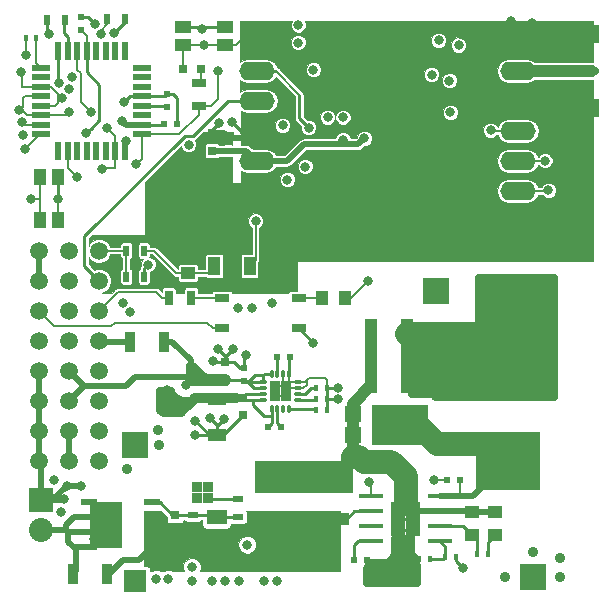
<source format=gtl>
%FSLAX46Y46*%
G04 Gerber Fmt 4.6, Leading zero omitted, Abs format (unit mm)*
G04 Created by KiCad (PCBNEW (2014-10-31 BZR 5243)-product) date Sa 04 Apr 2015 22:31:08 CEST*
%MOMM*%
G01*
G04 APERTURE LIST*
%ADD10C,0.100000*%
%ADD11R,5.400040X4.899660*%
%ADD12R,2.032000X2.032000*%
%ADD13O,2.032000X2.032000*%
%ADD14O,0.300000X0.750000*%
%ADD15O,0.750000X0.300000*%
%ADD16R,0.900000X0.900000*%
%ADD17R,2.500000X1.000000*%
%ADD18R,1.250000X1.000000*%
%ADD19R,0.600000X0.500000*%
%ADD20R,1.000000X2.500000*%
%ADD21R,0.750000X0.800000*%
%ADD22R,0.500000X0.600000*%
%ADD23R,1.600000X1.000000*%
%ADD24R,0.400000X0.600000*%
%ADD25R,0.500000X0.900000*%
%ADD26R,0.900000X1.700000*%
%ADD27R,1.600000X0.550000*%
%ADD28R,0.550000X1.600000*%
%ADD29R,1.000000X1.600000*%
%ADD30R,0.700000X1.300000*%
%ADD31R,1.300000X0.700000*%
%ADD32R,1.000000X1.250000*%
%ADD33R,1.300480X0.800100*%
%ADD34R,0.797560X0.797560*%
%ADD35O,3.000000X1.600000*%
%ADD36R,1.200000X1.000000*%
%ADD37R,2.150000X0.450000*%
%ADD38C,1.500000*%
%ADD39R,1.050000X1.400000*%
%ADD40R,1.400000X1.050000*%
%ADD41R,1.400000X1.390000*%
%ADD42R,4.860000X3.360000*%
%ADD43R,1.000000X1.000000*%
%ADD44R,4.572000X1.524000*%
%ADD45R,4.071620X1.000000*%
%ADD46R,1.699260X1.300480*%
%ADD47R,1.399540X0.599440*%
%ADD48R,2.799080X4.000500*%
%ADD49R,0.900000X0.500000*%
%ADD50R,2.235200X2.235200*%
%ADD51R,1.900000X1.900000*%
%ADD52C,0.800000*%
%ADD53C,0.889000*%
%ADD54C,0.508000*%
%ADD55C,0.152400*%
%ADD56C,0.254000*%
%ADD57C,0.203200*%
%ADD58C,1.000000*%
%ADD59C,2.000000*%
%ADD60C,0.160000*%
%ADD61C,0.400000*%
%ADD62C,0.500000*%
G04 APERTURE END LIST*
D10*
D11*
X117200000Y-58400420D03*
X117200000Y-46599580D03*
D12*
X77600000Y-61700000D03*
D13*
X77600000Y-64240000D03*
D14*
X97150000Y-53975000D03*
X97650000Y-53975000D03*
X98150000Y-53975000D03*
X98650000Y-53975000D03*
D15*
X99375000Y-53250000D03*
X99375000Y-52750000D03*
X99375000Y-52250000D03*
X99375000Y-51750000D03*
D14*
X98650000Y-51025000D03*
X98150000Y-51025000D03*
X97650000Y-51025000D03*
X97150000Y-51025000D03*
D15*
X96425000Y-51750000D03*
X96425000Y-52250000D03*
X96425000Y-52750000D03*
X96425000Y-53250000D03*
D16*
X98350000Y-52050000D03*
X97450000Y-52050000D03*
X98350000Y-52950000D03*
X97450000Y-52950000D03*
D17*
X99200000Y-63300000D03*
X99200000Y-60300000D03*
X102400000Y-63300000D03*
X102400000Y-60300000D03*
D18*
X114100000Y-64700000D03*
X114100000Y-62700000D03*
X116100000Y-64700000D03*
X116100000Y-62700000D03*
D19*
X104150000Y-66800000D03*
X105250000Y-66800000D03*
X113150000Y-60000000D03*
X112050000Y-60000000D03*
D20*
X108600000Y-47700000D03*
X105600000Y-47700000D03*
X108600000Y-51400000D03*
X105600000Y-51400000D03*
D21*
X93200000Y-51550000D03*
X93200000Y-50050000D03*
D22*
X81000000Y-21950000D03*
X81000000Y-20850000D03*
X94800000Y-51650000D03*
X94800000Y-50550000D03*
D19*
X97650000Y-49600000D03*
X98750000Y-49600000D03*
D22*
X88300000Y-28450000D03*
X88300000Y-27350000D03*
D19*
X88050000Y-29900000D03*
X89150000Y-29900000D03*
D21*
X94700000Y-53050000D03*
X94700000Y-54550000D03*
D23*
X92500000Y-53200000D03*
X92500000Y-56200000D03*
D22*
X93500000Y-32150000D03*
X93500000Y-31050000D03*
D21*
X92100000Y-32150000D03*
X92100000Y-30650000D03*
D24*
X114550000Y-66300000D03*
X115450000Y-66300000D03*
X112750000Y-66500000D03*
X111850000Y-66500000D03*
X110550000Y-66700000D03*
X109650000Y-66700000D03*
D25*
X86350000Y-40600000D03*
X84850000Y-40600000D03*
X86350000Y-42800000D03*
X84850000Y-42800000D03*
D24*
X100950000Y-54100000D03*
X101850000Y-54100000D03*
X100950000Y-53200000D03*
X101850000Y-53200000D03*
X100950000Y-52200000D03*
X101850000Y-52200000D03*
X76350000Y-22600000D03*
X77250000Y-22600000D03*
D26*
X88050000Y-48300000D03*
X85150000Y-48300000D03*
D27*
X77665000Y-25140000D03*
X77665000Y-25940000D03*
X77665000Y-26740000D03*
X77665000Y-27540000D03*
X77665000Y-28340000D03*
X77665000Y-29140000D03*
X77665000Y-29940000D03*
X77665000Y-30740000D03*
D28*
X79115000Y-32190000D03*
X79915000Y-32190000D03*
X80715000Y-32190000D03*
X81515000Y-32190000D03*
X82315000Y-32190000D03*
X83115000Y-32190000D03*
X83915000Y-32190000D03*
X84715000Y-32190000D03*
D27*
X86165000Y-30740000D03*
X86165000Y-29940000D03*
X86165000Y-29140000D03*
X86165000Y-28340000D03*
X86165000Y-27540000D03*
X86165000Y-26740000D03*
X86165000Y-25940000D03*
X86165000Y-25140000D03*
D28*
X84715000Y-23690000D03*
X83915000Y-23690000D03*
X83115000Y-23690000D03*
X82315000Y-23690000D03*
X81515000Y-23690000D03*
X80715000Y-23690000D03*
X79915000Y-23690000D03*
X79115000Y-23690000D03*
D29*
X92300000Y-41900000D03*
X95300000Y-41900000D03*
D30*
X90350000Y-44600000D03*
X88450000Y-44600000D03*
D31*
X91000000Y-28350000D03*
X91000000Y-26450000D03*
D25*
X78150000Y-21100000D03*
X79650000Y-21100000D03*
X83250000Y-21000000D03*
X84750000Y-21000000D03*
D18*
X90100000Y-42500000D03*
X90100000Y-40500000D03*
D32*
X103400000Y-44600000D03*
X101400000Y-44600000D03*
D33*
X92948800Y-47170000D03*
X92948800Y-44630000D03*
X99451200Y-44630000D03*
X99451200Y-47170000D03*
D34*
X91149300Y-25200000D03*
X89650700Y-25200000D03*
D35*
X95885000Y-25400000D03*
X95885000Y-27940000D03*
X95885000Y-30480000D03*
X95885000Y-33020000D03*
X95885000Y-35560000D03*
X118005000Y-35560000D03*
X118005000Y-33020000D03*
X118005000Y-30480000D03*
X118005000Y-27940000D03*
X118005000Y-25400000D03*
X118005000Y-22860000D03*
D36*
X109092500Y-64257500D03*
X107886000Y-64257500D03*
X107886000Y-62352500D03*
X107886000Y-63305000D03*
X109092500Y-63305000D03*
D37*
X105600000Y-61400000D03*
X105600000Y-62670000D03*
X105600000Y-63940000D03*
X105600000Y-65210000D03*
X111378500Y-65210000D03*
X111378500Y-63940000D03*
X111378500Y-62670000D03*
X111378500Y-61400000D03*
D36*
X109092500Y-62352500D03*
D38*
X77470000Y-40640000D03*
X80010000Y-40640000D03*
X82550000Y-40640000D03*
X77470000Y-43180000D03*
X80010000Y-43180000D03*
X82550000Y-43180000D03*
X77470000Y-45720000D03*
X80010000Y-45720000D03*
X82550000Y-45720000D03*
X77470000Y-48260000D03*
X80010000Y-48260000D03*
X82550000Y-48260000D03*
X77470000Y-50800000D03*
X80010000Y-50800000D03*
X82550000Y-50800000D03*
X77470000Y-53340000D03*
X80010000Y-53340000D03*
X82550000Y-53340000D03*
X77470000Y-55880000D03*
X80010000Y-55880000D03*
X82550000Y-55880000D03*
X77470000Y-58420000D03*
X80010000Y-58420000D03*
X82550000Y-58420000D03*
D39*
X79055000Y-34395000D03*
X79055000Y-37995000D03*
X77555000Y-34395000D03*
X77555000Y-37995000D03*
D40*
X93240000Y-23175000D03*
X89640000Y-23175000D03*
X93240000Y-21675000D03*
X89640000Y-21675000D03*
D19*
X96850000Y-55500000D03*
X97950000Y-55500000D03*
D41*
X104017000Y-54411000D03*
X104017000Y-56251000D03*
D42*
X107999000Y-55331000D03*
D43*
X90700000Y-36381000D03*
X91462000Y-36381000D03*
X89938000Y-36381000D03*
X89938000Y-35619000D03*
X91462000Y-35619000D03*
X90700000Y-35619000D03*
X89938000Y-34857000D03*
X91462000Y-34857000D03*
X90700000Y-34857000D03*
X90700000Y-33333000D03*
X91462000Y-33333000D03*
X89938000Y-33333000D03*
X89938000Y-34095000D03*
X91462000Y-34095000D03*
X90700000Y-34095000D03*
X90700000Y-37143000D03*
X91462000Y-37143000D03*
X89938000Y-37143000D03*
X90700000Y-37905000D03*
X91462000Y-37905000D03*
X89938000Y-37905000D03*
X89938000Y-38667000D03*
X91462000Y-38667000D03*
X90700000Y-38667000D03*
D44*
X122567700Y-22235160D03*
D10*
G36*
X124336810Y-25900000D02*
X124336810Y-24900000D01*
X124837190Y-25200000D01*
X124837190Y-25600000D01*
X124336810Y-25900000D01*
X124336810Y-25900000D01*
G37*
D44*
X122567700Y-28559760D03*
D45*
X122301000Y-25400000D03*
D21*
X89000000Y-62950000D03*
X89000000Y-64450000D03*
D46*
X92500000Y-66650060D03*
X92500000Y-63149940D03*
D47*
X81733000Y-65705000D03*
X87067000Y-65705000D03*
X81733000Y-64435000D03*
X81733000Y-63165000D03*
X81733000Y-61895000D03*
X87067000Y-64435000D03*
X87067000Y-63165000D03*
X87067000Y-61895000D03*
D48*
X83130000Y-63800000D03*
D49*
X94300000Y-63150000D03*
X94300000Y-61650000D03*
X90500000Y-62950000D03*
X90500000Y-64450000D03*
D26*
X80350000Y-68000000D03*
X83250000Y-68000000D03*
D16*
X91750000Y-60650000D03*
X91750000Y-61550000D03*
X90850000Y-60650000D03*
X90850000Y-61550000D03*
D50*
X111100000Y-44000000D03*
D51*
X85600000Y-68600000D03*
D50*
X85600000Y-57100000D03*
X119300000Y-68200000D03*
D52*
X79400000Y-27700000D03*
X98600000Y-36400000D03*
X84700000Y-28000000D03*
X92700000Y-29800000D03*
X93800000Y-29700000D03*
X80000000Y-26900000D03*
X91400000Y-23175000D03*
X123000000Y-30100000D03*
X121200000Y-30100000D03*
X115800000Y-27100000D03*
X117400000Y-21200000D03*
X119200000Y-21300000D03*
X114600000Y-23200000D03*
X114400000Y-32200000D03*
X106000000Y-22200000D03*
X75900000Y-25500000D03*
X97300000Y-59400000D03*
X96300000Y-60300000D03*
X102800000Y-52200000D03*
X102800000Y-53200000D03*
X91900000Y-54800000D03*
X93100000Y-54900000D03*
X90700000Y-56200000D03*
X90700000Y-55000000D03*
X92600000Y-48900000D03*
X93900000Y-48900000D03*
X95000000Y-49400000D03*
X100700000Y-48400000D03*
X92182828Y-49960279D03*
X76800000Y-36200000D03*
X76100000Y-30800000D03*
X95100000Y-21600000D03*
X101900000Y-59100000D03*
X99500000Y-59100000D03*
X98300000Y-59100000D03*
X100600000Y-59100000D03*
X81000000Y-60500000D03*
X79800000Y-60500000D03*
X79600000Y-61600000D03*
X78700000Y-60000000D03*
X79300000Y-62700000D03*
X97600000Y-68600000D03*
X95100000Y-65500000D03*
X96500000Y-68600000D03*
X88400000Y-68400000D03*
X87400000Y-68400000D03*
D53*
X121600000Y-68200000D03*
X121600000Y-66600000D03*
X119300000Y-66100000D03*
X116900000Y-68200000D03*
X87600000Y-57100000D03*
X87500000Y-55800000D03*
X84900000Y-59100000D03*
D52*
X119600000Y-29100000D03*
X116100000Y-24100000D03*
X84500000Y-29600000D03*
X99400000Y-21500000D03*
X99400000Y-23000000D03*
X95500000Y-45500000D03*
X80000000Y-28872980D03*
X76400000Y-24000000D03*
X75800000Y-28700000D03*
X90400000Y-67400000D03*
X90400000Y-68600000D03*
X94300000Y-45500000D03*
X97200000Y-45000000D03*
X103200000Y-29300000D03*
X98500000Y-34600000D03*
X81435919Y-30664081D03*
X79055000Y-36200000D03*
X82200000Y-21400000D03*
X88200000Y-53700000D03*
X105000000Y-31100000D03*
X88300000Y-52400000D03*
X89500000Y-53900000D03*
X90600000Y-53100000D03*
X103200000Y-31200000D03*
X84587884Y-45009217D03*
X100000000Y-33500000D03*
X86700000Y-41800000D03*
X100300000Y-30200000D03*
X81834796Y-28858445D03*
X76000000Y-29700000D03*
X76300000Y-32000000D03*
X83200000Y-30200000D03*
X101900000Y-29300000D03*
X82800000Y-33700000D03*
X84806517Y-31293487D03*
X98100000Y-30000000D03*
X85700000Y-33300000D03*
X100700000Y-25300000D03*
X92600000Y-25400000D03*
X90135919Y-31635919D03*
X79131627Y-26404064D03*
X112300000Y-28900000D03*
X111300000Y-22800000D03*
X120300000Y-33000000D03*
X113000000Y-23200000D03*
X105300000Y-43200000D03*
X110700000Y-25700000D03*
X78300000Y-22300000D03*
X82690557Y-22271423D03*
X91300000Y-21800000D03*
X83800000Y-22200000D03*
X80295678Y-25919319D03*
X115700000Y-30400000D03*
X112200000Y-26200000D03*
X120600000Y-35500000D03*
X110900000Y-60000000D03*
X105400000Y-60200000D03*
X80700000Y-34400000D03*
X95800000Y-38100000D03*
X85200000Y-45800000D03*
X110200000Y-49100000D03*
X110100000Y-50700000D03*
X111500000Y-50700000D03*
X113000000Y-50600000D03*
X113000000Y-49200000D03*
X113000000Y-47700000D03*
X111600000Y-47800000D03*
X111600000Y-49100000D03*
X110100000Y-52100000D03*
X111500000Y-52100000D03*
X113000000Y-52100000D03*
X110200000Y-47800000D03*
X113400000Y-67500000D03*
X90700000Y-51300000D03*
X89900000Y-52000000D03*
X94400000Y-68600000D03*
X92100000Y-68600000D03*
X93200000Y-68600000D03*
D54*
X80600000Y-65900000D02*
X80600000Y-67750000D01*
X80600000Y-67750000D02*
X80350000Y-68000000D01*
X81950000Y-64980000D02*
X83130000Y-63800000D01*
X79740000Y-64240000D02*
X79935000Y-64435000D01*
X79935000Y-64435000D02*
X81733000Y-64435000D01*
X77600000Y-64240000D02*
X79740000Y-64240000D01*
X79740000Y-63860000D02*
X80435000Y-63165000D01*
X80435000Y-63165000D02*
X81733000Y-63165000D01*
X79740000Y-64240000D02*
X79740000Y-63860000D01*
X79935000Y-65235000D02*
X80600000Y-65900000D01*
X80600000Y-65900000D02*
X80405000Y-65705000D01*
X80405000Y-65705000D02*
X81733000Y-65705000D01*
X79935000Y-64435000D02*
X79935000Y-65235000D01*
D55*
X79100000Y-27700000D02*
X79400000Y-27700000D01*
D54*
X95885000Y-35560000D02*
X97760000Y-35560000D01*
X97760000Y-35560000D02*
X98600000Y-36400000D01*
D56*
X86165000Y-27540000D02*
X85160000Y-27540000D01*
X85160000Y-27540000D02*
X84700000Y-28000000D01*
X92100000Y-30650000D02*
X92100000Y-30400000D01*
X92100000Y-30400000D02*
X92700000Y-29800000D01*
X95885000Y-30480000D02*
X94580000Y-30480000D01*
X94580000Y-30480000D02*
X93800000Y-29700000D01*
D55*
X78466785Y-26740000D02*
X77665000Y-26740000D01*
X79100000Y-27373215D02*
X78466785Y-26740000D01*
X79100000Y-27700000D02*
X79100000Y-27373215D01*
D56*
X88300000Y-27350000D02*
X88850000Y-27350000D01*
X89150000Y-27650000D02*
X89150000Y-29900000D01*
X88850000Y-27350000D02*
X89150000Y-27650000D01*
X86165000Y-27540000D02*
X88110000Y-27540000D01*
X88110000Y-27540000D02*
X88300000Y-27350000D01*
X101850000Y-53200000D02*
X101850000Y-54100000D01*
D54*
X92100000Y-30650000D02*
X93100000Y-30650000D01*
X93100000Y-30650000D02*
X93500000Y-31050000D01*
X93500000Y-31050000D02*
X95315000Y-31050000D01*
X95315000Y-31050000D02*
X95885000Y-30480000D01*
D57*
X122567700Y-28559760D02*
X122567700Y-29667700D01*
X122567700Y-29667700D02*
X123000000Y-30100000D01*
X122567700Y-28559760D02*
X122567700Y-28732300D01*
X122567700Y-28732300D02*
X121200000Y-30100000D01*
X118005000Y-27940000D02*
X116640000Y-27940000D01*
X116640000Y-27940000D02*
X115800000Y-27100000D01*
X118005000Y-22860000D02*
X118005000Y-21805000D01*
X118005000Y-21805000D02*
X117400000Y-21200000D01*
X118005000Y-22860000D02*
X118005000Y-22495000D01*
X118005000Y-22495000D02*
X119200000Y-21300000D01*
D55*
X77665000Y-28340000D02*
X78860000Y-28340000D01*
X79100000Y-28100000D02*
X79100000Y-27700000D01*
X78860000Y-28340000D02*
X79100000Y-28100000D01*
X76040000Y-26740000D02*
X77665000Y-26740000D01*
X76000000Y-26700000D02*
X76040000Y-26740000D01*
X76000000Y-25600000D02*
X76000000Y-26700000D01*
X75900000Y-25500000D02*
X76000000Y-25600000D01*
X99375000Y-51750000D02*
X99950000Y-51750000D01*
X101850000Y-51550000D02*
X101850000Y-52200000D01*
X101700000Y-51400000D02*
X101850000Y-51550000D01*
X100300000Y-51400000D02*
X101700000Y-51400000D01*
X100150000Y-51550000D02*
X100300000Y-51400000D01*
X99950000Y-51750000D02*
X100150000Y-51550000D01*
X97450000Y-52950000D02*
X97450000Y-52050000D01*
X98350000Y-52950000D02*
X98350000Y-52050000D01*
X97450000Y-52950000D02*
X98350000Y-52950000D01*
X97450000Y-52050000D02*
X98350000Y-52050000D01*
D56*
X94800000Y-50550000D02*
X94450000Y-50550000D01*
X93950000Y-50050000D02*
X93200000Y-50050000D01*
X94450000Y-50550000D02*
X93950000Y-50050000D01*
D55*
X92500000Y-56200000D02*
X93050000Y-56200000D01*
D56*
X93050000Y-56200000D02*
X94700000Y-54550000D01*
X98650000Y-51025000D02*
X98650000Y-49700000D01*
D55*
X98650000Y-49700000D02*
X98750000Y-49600000D01*
X98150000Y-51025000D02*
X98150000Y-51850000D01*
X98150000Y-51850000D02*
X98350000Y-52050000D01*
X98650000Y-51025000D02*
X98650000Y-51750000D01*
X98650000Y-51750000D02*
X98350000Y-52050000D01*
X99375000Y-52250000D02*
X98550000Y-52250000D01*
X98550000Y-52250000D02*
X98350000Y-52050000D01*
X99375000Y-51750000D02*
X98650000Y-51750000D01*
X98650000Y-51750000D02*
X98350000Y-52050000D01*
D56*
X101850000Y-52200000D02*
X101850000Y-53200000D01*
D54*
X77470000Y-40640000D02*
X77470000Y-43180000D01*
X77470000Y-53340000D02*
X77470000Y-50800000D01*
X77470000Y-55880000D02*
X77470000Y-53340000D01*
X77470000Y-58420000D02*
X77470000Y-55880000D01*
D56*
X107886000Y-64257500D02*
X109092500Y-64257500D01*
X107886000Y-63305000D02*
X109092500Y-63305000D01*
X107886000Y-62352500D02*
X109092500Y-62352500D01*
X107886000Y-63305000D02*
X107886000Y-64257500D01*
X107886000Y-62352500D02*
X107886000Y-63305000D01*
X109092500Y-63305000D02*
X109092500Y-64257500D01*
X109092500Y-62352500D02*
X109092500Y-63305000D01*
D58*
X105600000Y-47700000D02*
X105600000Y-51400000D01*
D54*
X114100000Y-62700000D02*
X116100000Y-62700000D01*
X111378500Y-62670000D02*
X114070000Y-62670000D01*
D56*
X114070000Y-62670000D02*
X114100000Y-62700000D01*
D54*
X111378500Y-62670000D02*
X109410000Y-62670000D01*
D56*
X109410000Y-62670000D02*
X109092500Y-62352500D01*
X109092500Y-64257500D02*
X109092500Y-66142500D01*
X109092500Y-66142500D02*
X109650000Y-66700000D01*
X105250000Y-66800000D02*
X106900000Y-66800000D01*
X106900000Y-66800000D02*
X107886000Y-65814000D01*
X107886000Y-65814000D02*
X107886000Y-64257500D01*
D58*
X99200000Y-60300000D02*
X102400000Y-60300000D01*
D54*
X118005000Y-27940000D02*
X120040000Y-27940000D01*
X120040000Y-27940000D02*
X120659760Y-28559760D01*
X120659760Y-28559760D02*
X122567700Y-28559760D01*
X118005000Y-22860000D02*
X119640000Y-22860000D01*
X119800000Y-22700000D02*
X122102860Y-22700000D01*
X119640000Y-22860000D02*
X119800000Y-22700000D01*
X122102860Y-22700000D02*
X122567700Y-22235160D01*
D56*
X109092500Y-62192500D02*
X109092500Y-62352500D01*
D58*
X99200000Y-60300000D02*
X99200000Y-60000000D01*
X99200000Y-60000000D02*
X98300000Y-59100000D01*
X97600000Y-59100000D02*
X97300000Y-59400000D01*
X97600000Y-59100000D02*
X98300000Y-59100000D01*
X99200000Y-60300000D02*
X96300000Y-60300000D01*
D56*
X101850000Y-52200000D02*
X102800000Y-52200000D01*
X101850000Y-53200000D02*
X102800000Y-53200000D01*
X92500000Y-55400000D02*
X91900000Y-54800000D01*
X92500000Y-56200000D02*
X92500000Y-55400000D01*
X92600000Y-55400000D02*
X93100000Y-54900000D01*
X92500000Y-55400000D02*
X92600000Y-55400000D01*
X92500000Y-56200000D02*
X90700000Y-56200000D01*
X91900000Y-56200000D02*
X90700000Y-55000000D01*
X92500000Y-56200000D02*
X91900000Y-56200000D01*
X93200000Y-49500000D02*
X92600000Y-48900000D01*
X93200000Y-50050000D02*
X93200000Y-49500000D01*
X93200000Y-49600000D02*
X93900000Y-48900000D01*
X93200000Y-50050000D02*
X93200000Y-49600000D01*
X94800000Y-49600000D02*
X95000000Y-49400000D01*
X94800000Y-50550000D02*
X94800000Y-49600000D01*
X99470000Y-47170000D02*
X100700000Y-48400000D01*
X99451200Y-47170000D02*
X99470000Y-47170000D01*
D55*
X100150000Y-51950000D02*
X99850000Y-52250000D01*
X99850000Y-52250000D02*
X99375000Y-52250000D01*
X100150000Y-51550000D02*
X100150000Y-51950000D01*
D56*
X92272549Y-50050000D02*
X92182828Y-49960279D01*
X93200000Y-50050000D02*
X92272549Y-50050000D01*
D57*
X77555000Y-36200000D02*
X77555000Y-34395000D01*
X77555000Y-37995000D02*
X77555000Y-36200000D01*
X77555000Y-36200000D02*
X76800000Y-36200000D01*
X89640000Y-23175000D02*
X91400000Y-23175000D01*
X91400000Y-23175000D02*
X93240000Y-23175000D01*
X94125000Y-23175000D02*
X95100000Y-22200000D01*
X95100000Y-22200000D02*
X95100000Y-21600000D01*
X93240000Y-23175000D02*
X94125000Y-23175000D01*
X89650700Y-23185700D02*
X89640000Y-23175000D01*
X89650700Y-25200000D02*
X89650700Y-23185700D01*
D58*
X103000000Y-59100000D02*
X104017000Y-58083000D01*
X104017000Y-58083000D02*
X104017000Y-56251000D01*
X101900000Y-59100000D02*
X101800000Y-59100000D01*
X101800000Y-59100000D02*
X102400000Y-59100000D01*
X100600000Y-59100000D02*
X99500000Y-59100000D01*
X102400000Y-59100000D02*
X103000000Y-59100000D01*
X104017000Y-56251000D02*
X104017000Y-54411000D01*
X105600000Y-52000000D02*
X105600000Y-51400000D01*
X104017000Y-53583000D02*
X105600000Y-52000000D01*
X104017000Y-54411000D02*
X104017000Y-53583000D01*
D54*
X108500000Y-62691000D02*
X107886000Y-63305000D01*
D59*
X104583000Y-58083000D02*
X105000000Y-58500000D01*
X105000000Y-58500000D02*
X107300000Y-58500000D01*
X107300000Y-58500000D02*
X108500000Y-59700000D01*
X108500000Y-59700000D02*
X108500000Y-61700000D01*
D54*
X108500000Y-61700000D02*
X108500000Y-62691000D01*
D59*
X104017000Y-58083000D02*
X104583000Y-58083000D01*
D57*
X91462000Y-34095000D02*
X91462000Y-35619000D01*
D60*
X90100000Y-40500000D02*
X90100000Y-38829000D01*
X90100000Y-38829000D02*
X89938000Y-38667000D01*
D54*
X77600000Y-58550000D02*
X77470000Y-58420000D01*
X77600000Y-61700000D02*
X77600000Y-58550000D01*
X77600000Y-61700000D02*
X78600000Y-61700000D01*
X79800000Y-60500000D02*
X78600000Y-61700000D01*
X81000000Y-60500000D02*
X79800000Y-60500000D01*
X79500000Y-61700000D02*
X79600000Y-61600000D01*
X77600000Y-61700000D02*
X79500000Y-61700000D01*
D56*
X91850000Y-61650000D02*
X91750000Y-61550000D01*
X94300000Y-61650000D02*
X91850000Y-61650000D01*
X118005000Y-27940000D02*
X118960000Y-27940000D01*
X118440000Y-27940000D02*
X119600000Y-29100000D01*
X118005000Y-27940000D02*
X118440000Y-27940000D01*
X117340000Y-22860000D02*
X116100000Y-24100000D01*
X118005000Y-22860000D02*
X117340000Y-22860000D01*
X114550000Y-66300000D02*
X114550000Y-65150000D01*
X114550000Y-65150000D02*
X114100000Y-64700000D01*
X111378500Y-63940000D02*
X113340000Y-63940000D01*
X113340000Y-63940000D02*
X114100000Y-64700000D01*
X115450000Y-66300000D02*
X115450000Y-65350000D01*
X115450000Y-65350000D02*
X116100000Y-64700000D01*
D54*
X84840000Y-29940000D02*
X84500000Y-29600000D01*
X86165000Y-29940000D02*
X84840000Y-29940000D01*
D55*
X79732980Y-29140000D02*
X80000000Y-28872980D01*
X77665000Y-29140000D02*
X79732980Y-29140000D01*
D56*
X86165000Y-29940000D02*
X88010000Y-29940000D01*
X88010000Y-29940000D02*
X88050000Y-29900000D01*
D55*
X76350000Y-22600000D02*
X76350000Y-23950000D01*
X76350000Y-23950000D02*
X76400000Y-24000000D01*
X75800000Y-28700000D02*
X76000000Y-28700000D01*
X76440000Y-29140000D02*
X77665000Y-29140000D01*
X76000000Y-28700000D02*
X76440000Y-29140000D01*
X76260000Y-27540000D02*
X77665000Y-27540000D01*
X76100000Y-27700000D02*
X76260000Y-27540000D01*
X76100000Y-28400000D02*
X76100000Y-27700000D01*
X75800000Y-28700000D02*
X76100000Y-28400000D01*
D56*
X81835918Y-30264082D02*
X81435919Y-30664081D01*
X82561797Y-29538203D02*
X81835918Y-30264082D01*
X81515000Y-23690000D02*
X81515000Y-25515000D01*
X81515000Y-25515000D02*
X82561797Y-26561797D01*
X82561797Y-26561797D02*
X82561797Y-29538203D01*
D55*
X81515000Y-22415000D02*
X81515000Y-23690000D01*
X81000000Y-21950000D02*
X81200000Y-22100000D01*
X81200000Y-22100000D02*
X81515000Y-22415000D01*
X81015000Y-21965000D02*
X81000000Y-21950000D01*
D57*
X79055000Y-36200000D02*
X79055000Y-37995000D01*
D56*
X79055000Y-34395000D02*
X79055000Y-36200000D01*
X81650000Y-20850000D02*
X82200000Y-21400000D01*
X81000000Y-20850000D02*
X81650000Y-20850000D01*
X97650000Y-49600000D02*
X97650000Y-51025000D01*
X86165000Y-28340000D02*
X88190000Y-28340000D01*
X88190000Y-28340000D02*
X88300000Y-28450000D01*
D54*
X104500000Y-31600000D02*
X105000000Y-31100000D01*
X103100000Y-31600000D02*
X104500000Y-31600000D01*
X95885000Y-33020000D02*
X98480000Y-33020000D01*
X99900000Y-31600000D02*
X103100000Y-31600000D01*
X98480000Y-33020000D02*
X99900000Y-31600000D01*
X93500000Y-32150000D02*
X95015000Y-32150000D01*
X95015000Y-32150000D02*
X95885000Y-33020000D01*
D56*
X89100000Y-53200000D02*
X88700000Y-53200000D01*
X88700000Y-53200000D02*
X88200000Y-53700000D01*
D54*
X92100000Y-32150000D02*
X93650000Y-32150000D01*
X93650000Y-32150000D02*
X93500000Y-32150000D01*
D56*
X97150000Y-53975000D02*
X97150000Y-54600000D01*
X97150000Y-54600000D02*
X97150000Y-55200000D01*
X97150000Y-55200000D02*
X96850000Y-55500000D01*
X92500000Y-53200000D02*
X94550000Y-53200000D01*
D55*
X94550000Y-53200000D02*
X94700000Y-53050000D01*
D56*
X95600000Y-53250000D02*
X94900000Y-53250000D01*
X96425000Y-53250000D02*
X95600000Y-53250000D01*
D55*
X94900000Y-53250000D02*
X94700000Y-53050000D01*
D56*
X96425000Y-52750000D02*
X95000000Y-52750000D01*
D55*
X95000000Y-52750000D02*
X94700000Y-53050000D01*
D56*
X89100000Y-53200000D02*
X88300000Y-52400000D01*
X90400000Y-53200000D02*
X89100000Y-53200000D01*
X92500000Y-53200000D02*
X90400000Y-53200000D01*
X89100000Y-53500000D02*
X89500000Y-53900000D01*
X89100000Y-53200000D02*
X89100000Y-53500000D01*
X90500000Y-53200000D02*
X90600000Y-53100000D01*
X90400000Y-53200000D02*
X90500000Y-53200000D01*
X95600000Y-53700000D02*
X96500000Y-54600000D01*
X96500000Y-54600000D02*
X97195998Y-54600000D01*
X97195998Y-54600000D02*
X97150000Y-54600000D01*
X95600000Y-53250000D02*
X95600000Y-53700000D01*
D54*
X103200000Y-31200000D02*
X103100000Y-31300000D01*
X103100000Y-31300000D02*
X103100000Y-31600000D01*
D56*
X111850000Y-66500000D02*
X111850000Y-65681500D01*
X111850000Y-65681500D02*
X111378500Y-65210000D01*
X110550000Y-66700000D02*
X111650000Y-66700000D01*
X111650000Y-66700000D02*
X111850000Y-66500000D01*
D54*
X80010000Y-58420000D02*
X80010000Y-55880000D01*
D55*
X87200000Y-40600000D02*
X89100000Y-42500000D01*
D60*
X89100000Y-42500000D02*
X90100000Y-42500000D01*
D55*
X86350000Y-40600000D02*
X87200000Y-40600000D01*
X92300000Y-42500000D02*
X92300000Y-41900000D01*
X90100000Y-42500000D02*
X92300000Y-42500000D01*
D60*
X84850000Y-40600000D02*
X84850000Y-42800000D01*
D55*
X84850000Y-40600000D02*
X82590000Y-40600000D01*
D54*
X82590000Y-40600000D02*
X82550000Y-40640000D01*
D56*
X86350000Y-42800000D02*
X86350000Y-42150000D01*
D60*
X86350000Y-42150000D02*
X86700000Y-41800000D01*
D56*
X97500000Y-25400000D02*
X95885000Y-25400000D01*
D60*
X99500000Y-27400000D02*
X97500000Y-25400000D01*
D56*
X99500000Y-29400000D02*
X99500000Y-27400000D01*
X100300000Y-30200000D02*
X99500000Y-29400000D01*
D55*
X100825000Y-53975000D02*
X100950000Y-54100000D01*
D56*
X98650000Y-53975000D02*
X100825000Y-53975000D01*
X99375000Y-53250000D02*
X100900000Y-53250000D01*
D55*
X100900000Y-53250000D02*
X100950000Y-53200000D01*
D56*
X99375000Y-52750000D02*
X99950000Y-52750000D01*
X100500000Y-52200000D02*
X100950000Y-52200000D01*
X99950000Y-52750000D02*
X100500000Y-52200000D01*
D55*
X77250000Y-22600000D02*
X77250000Y-24725000D01*
X77250000Y-24725000D02*
X77665000Y-25140000D01*
D57*
X80715000Y-23690000D02*
X80715000Y-25300271D01*
X80715000Y-25300271D02*
X80997279Y-25582550D01*
X80997279Y-25582550D02*
X80997279Y-28020928D01*
X80997279Y-28020928D02*
X81434797Y-28458446D01*
X81434797Y-28458446D02*
X81834796Y-28858445D01*
D55*
X76240000Y-29940000D02*
X77665000Y-29940000D01*
X76000000Y-29700000D02*
X76240000Y-29940000D01*
D57*
X77560000Y-30740000D02*
X76300000Y-32000000D01*
X77665000Y-30740000D02*
X77560000Y-30740000D01*
X83915000Y-30915000D02*
X83599999Y-30599999D01*
X83915000Y-32190000D02*
X83915000Y-30915000D01*
X83599999Y-30599999D02*
X83200000Y-30200000D01*
D55*
X82885000Y-33615000D02*
X83915000Y-33615000D01*
X82800000Y-33700000D02*
X82885000Y-33615000D01*
D57*
X83915000Y-33615000D02*
X83915000Y-32190000D01*
X84806517Y-31859172D02*
X84806517Y-31293487D01*
X84715000Y-32190000D02*
X84806517Y-32098483D01*
X84806517Y-32098483D02*
X84806517Y-31859172D01*
X84715000Y-32190000D02*
X84715000Y-31785000D01*
X89349730Y-30740000D02*
X87168200Y-30740000D01*
X91000000Y-29089730D02*
X89349730Y-30740000D01*
X91000000Y-28350000D02*
X91000000Y-29089730D01*
X87168200Y-30740000D02*
X86165000Y-30740000D01*
D55*
X86165000Y-30740000D02*
X86165000Y-32835000D01*
X86165000Y-32835000D02*
X85700000Y-33300000D01*
D57*
X91000000Y-28350000D02*
X92050000Y-28350000D01*
X92600000Y-27800000D02*
X92600000Y-25400000D01*
X92050000Y-28350000D02*
X92600000Y-27800000D01*
D56*
X79615000Y-21135000D02*
X79650000Y-21100000D01*
D55*
X79615000Y-21865000D02*
X79600000Y-21850000D01*
D56*
X79600000Y-22200000D02*
X79915000Y-22515000D01*
X79915000Y-22515000D02*
X79915000Y-23690000D01*
X79600000Y-21850000D02*
X79600000Y-22200000D01*
X79615000Y-21135000D02*
X79615000Y-21865000D01*
X79115000Y-23690000D02*
X79115000Y-26387437D01*
X79115000Y-26387437D02*
X79131627Y-26404064D01*
D57*
X120280000Y-33020000D02*
X118005000Y-33020000D01*
X120300000Y-33000000D02*
X120280000Y-33020000D01*
X103400000Y-44600000D02*
X103900000Y-44600000D01*
X103900000Y-44600000D02*
X105300000Y-43200000D01*
D56*
X78150000Y-22150000D02*
X78300000Y-22300000D01*
X78150000Y-21100000D02*
X78150000Y-22150000D01*
D57*
X82690557Y-22009443D02*
X82690557Y-22271423D01*
X83250000Y-21450000D02*
X82690557Y-22009443D01*
X83250000Y-21000000D02*
X83250000Y-21450000D01*
D56*
X91400000Y-21700000D02*
X91400000Y-21675000D01*
X91300000Y-21800000D02*
X91400000Y-21700000D01*
X89640000Y-21675000D02*
X91400000Y-21675000D01*
X91400000Y-21675000D02*
X93240000Y-21675000D01*
D57*
X93215000Y-21700000D02*
X93240000Y-21675000D01*
X90350000Y-44600000D02*
X92918800Y-44600000D01*
X92918800Y-44600000D02*
X92948800Y-44630000D01*
X91149300Y-26300700D02*
X91000000Y-26450000D01*
X91149300Y-25200000D02*
X91149300Y-26300700D01*
D56*
X84750000Y-21250000D02*
X83800000Y-22200000D01*
X84750000Y-21000000D02*
X84750000Y-21250000D01*
D57*
X99451200Y-44630000D02*
X101370000Y-44630000D01*
X101370000Y-44630000D02*
X101400000Y-44600000D01*
X115780000Y-30480000D02*
X118005000Y-30480000D01*
X115700000Y-30400000D02*
X115780000Y-30480000D01*
X120540000Y-35560000D02*
X118005000Y-35560000D01*
X120600000Y-35500000D02*
X120540000Y-35560000D01*
D56*
X105600000Y-65210000D02*
X104490000Y-65210000D01*
X104150000Y-65550000D02*
X104150000Y-66800000D01*
X104490000Y-65210000D02*
X104150000Y-65550000D01*
D54*
X113100000Y-61400000D02*
X114200420Y-61400000D01*
X111378500Y-61400000D02*
X113100000Y-61400000D01*
X114200420Y-61400000D02*
X117200000Y-58400420D01*
D57*
X113150000Y-61400000D02*
X113100000Y-61400000D01*
X113150000Y-60000000D02*
X113150000Y-61400000D01*
D59*
X115799580Y-57000000D02*
X117200000Y-58400420D01*
X111200000Y-57000000D02*
X115799580Y-57000000D01*
X109531000Y-55331000D02*
X111200000Y-57000000D01*
X107999000Y-55331000D02*
X109531000Y-55331000D01*
D57*
X105400000Y-60200000D02*
X105600000Y-60400000D01*
X105600000Y-60400000D02*
X105600000Y-61400000D01*
X112050000Y-60000000D02*
X110900000Y-60000000D01*
D55*
X79915000Y-33615000D02*
X79915000Y-32190000D01*
X80700000Y-34400000D02*
X79915000Y-33615000D01*
D57*
X83299999Y-44970001D02*
X82550000Y-45720000D01*
X84170000Y-44100000D02*
X83299999Y-44970001D01*
X87396800Y-44100000D02*
X84170000Y-44100000D01*
X87896800Y-44600000D02*
X87396800Y-44100000D01*
X88450000Y-44600000D02*
X87896800Y-44600000D01*
D54*
X82590000Y-48300000D02*
X82550000Y-48260000D01*
X85150000Y-48300000D02*
X82590000Y-48300000D01*
D56*
X89786958Y-30908918D02*
X90477480Y-30908918D01*
X82550000Y-43180000D02*
X81300000Y-41930000D01*
X81300000Y-39395876D02*
X89786958Y-30908918D01*
X81300000Y-41930000D02*
X81300000Y-39395876D01*
X93446398Y-27940000D02*
X94131000Y-27940000D01*
X90477480Y-30908918D02*
X93446398Y-27940000D01*
X94131000Y-27940000D02*
X95885000Y-27940000D01*
D57*
X92948800Y-47170000D02*
X92170000Y-47170000D01*
X78750000Y-47000000D02*
X77470000Y-45720000D01*
X83600000Y-47000000D02*
X78750000Y-47000000D01*
X83900000Y-46700000D02*
X83600000Y-47000000D01*
X91700000Y-46700000D02*
X83900000Y-46700000D01*
X92170000Y-47170000D02*
X91700000Y-46700000D01*
D61*
X124587000Y-25400000D02*
X122301000Y-25400000D01*
D58*
X118005000Y-25400000D02*
X122301000Y-25400000D01*
D60*
X95800000Y-41400000D02*
X95300000Y-41900000D01*
D55*
X95800000Y-38100000D02*
X95800000Y-41400000D01*
D56*
X97650000Y-53975000D02*
X97650000Y-55200000D01*
X97650000Y-55200000D02*
X97950000Y-55500000D01*
D54*
X83250000Y-68000000D02*
X83400000Y-68000000D01*
X83400000Y-68000000D02*
X84600000Y-66800000D01*
X85972000Y-66800000D02*
X87067000Y-65705000D01*
X84600000Y-66800000D02*
X85972000Y-66800000D01*
D58*
X99200000Y-63300000D02*
X102400000Y-63300000D01*
D56*
X102400000Y-63300000D02*
X103500000Y-63300000D01*
X103500000Y-63300000D02*
X104130000Y-62670000D01*
X104130000Y-62670000D02*
X105600000Y-62670000D01*
D54*
X87067000Y-65705000D02*
X87067000Y-64435000D01*
X87067000Y-64435000D02*
X87067000Y-63165000D01*
X83250000Y-68000000D02*
X83250000Y-67822000D01*
X88985000Y-64435000D02*
X89000000Y-64450000D01*
X87067000Y-64435000D02*
X88985000Y-64435000D01*
X89000000Y-64450000D02*
X90500000Y-64450000D01*
X90500000Y-65800000D02*
X91350060Y-66650060D01*
X91350060Y-66650060D02*
X92500000Y-66650060D01*
X90500000Y-64450000D02*
X90500000Y-65800000D01*
X88050000Y-48300000D02*
X88700000Y-48300000D01*
D56*
X93200000Y-51550000D02*
X94700000Y-51550000D01*
D55*
X94700000Y-51550000D02*
X94800000Y-51650000D01*
D56*
X96425000Y-51150000D02*
X95750000Y-51150000D01*
D55*
X95250000Y-51650000D02*
X94800000Y-51650000D01*
D56*
X95750000Y-51150000D02*
X95250000Y-51650000D01*
X96425000Y-51750000D02*
X94900000Y-51750000D01*
D55*
X94900000Y-51750000D02*
X94800000Y-51650000D01*
X94800000Y-51650000D02*
X95050000Y-51650000D01*
D56*
X95050000Y-51650000D02*
X95650000Y-52250000D01*
X95650000Y-52250000D02*
X96425000Y-52250000D01*
X96425000Y-51750000D02*
X96425000Y-51150000D01*
D55*
X96425000Y-51150000D02*
X96425000Y-51175000D01*
D56*
X96575000Y-51025000D02*
X97150000Y-51025000D01*
X96425000Y-51175000D02*
X96575000Y-51025000D01*
D58*
X108600000Y-51400000D02*
X108600000Y-47700000D01*
D59*
X115300000Y-47700000D02*
X108600000Y-47700000D01*
X116400000Y-46600000D02*
X115300000Y-47700000D01*
D56*
X111500000Y-50700000D02*
X110100000Y-50700000D01*
X113000000Y-49200000D02*
X113000000Y-50600000D01*
X111700000Y-47700000D02*
X113000000Y-47700000D01*
X111600000Y-47800000D02*
X111700000Y-47700000D01*
X110200000Y-49100000D02*
X111600000Y-49100000D01*
X110100000Y-52100000D02*
X111500000Y-52100000D01*
X110100000Y-47700000D02*
X110200000Y-47800000D01*
X108600000Y-47700000D02*
X110100000Y-47700000D01*
D58*
X90950000Y-51550000D02*
X93200000Y-51550000D01*
D59*
X116400000Y-44799580D02*
X116400000Y-46600000D01*
D56*
X112750000Y-66500000D02*
X112750000Y-66850000D01*
X113400000Y-67500000D02*
X112750000Y-66850000D01*
D54*
X88700000Y-48300000D02*
X90300000Y-49900000D01*
X90300000Y-49900000D02*
X90300000Y-50500000D01*
D55*
X90700000Y-51300000D02*
X90700000Y-50900000D01*
X90700000Y-50900000D02*
X90300000Y-50500000D01*
D58*
X90700000Y-51300000D02*
X90950000Y-51550000D01*
D54*
X85600000Y-51300000D02*
X84800000Y-52100000D01*
X84800000Y-52100000D02*
X81310000Y-52100000D01*
X81305000Y-52095000D02*
X80010000Y-50800000D01*
X81310000Y-52100000D02*
X81305000Y-52095000D01*
X90700000Y-51300000D02*
X85600000Y-51300000D01*
X81255000Y-52095000D02*
X80010000Y-53340000D01*
X81305000Y-52095000D02*
X81255000Y-52095000D01*
D56*
X88750000Y-62950000D02*
X89000000Y-62950000D01*
X87695000Y-61895000D02*
X88750000Y-62950000D01*
X87067000Y-61895000D02*
X87695000Y-61895000D01*
X89000000Y-62950000D02*
X90500000Y-62950000D01*
X92300060Y-62950000D02*
X92500000Y-63149940D01*
X90500000Y-62950000D02*
X92300060Y-62950000D01*
X94299940Y-63149940D02*
X94300000Y-63150000D01*
X92500000Y-63149940D02*
X94299940Y-63149940D01*
D62*
G36*
X121150000Y-53050000D02*
X111030081Y-53050000D01*
X110910487Y-52930405D01*
X110598076Y-52801000D01*
X110259925Y-52801000D01*
X108950000Y-52801000D01*
X108950000Y-47454424D01*
X114650000Y-47554424D01*
X114650000Y-42850000D01*
X121150000Y-42850000D01*
X121150000Y-53050000D01*
X121150000Y-53050000D01*
G37*
X121150000Y-53050000D02*
X111030081Y-53050000D01*
X110910487Y-52930405D01*
X110598076Y-52801000D01*
X110259925Y-52801000D01*
X108950000Y-52801000D01*
X108950000Y-47454424D01*
X114650000Y-47554424D01*
X114650000Y-42850000D01*
X121150000Y-42850000D01*
X121150000Y-53050000D01*
G36*
X93350000Y-51850000D02*
X93130925Y-51850000D01*
X91530925Y-51850000D01*
X90601090Y-51850000D01*
X90352450Y-51849783D01*
X90351924Y-51850000D01*
X90150000Y-51850000D01*
X90150000Y-50250000D01*
X90502754Y-50250000D01*
X91702754Y-51350000D01*
X93350000Y-51350000D01*
X93350000Y-51850000D01*
X93350000Y-51850000D01*
G37*
X93350000Y-51850000D02*
X93130925Y-51850000D01*
X91530925Y-51850000D01*
X90601090Y-51850000D01*
X90352450Y-51849783D01*
X90351924Y-51850000D01*
X90150000Y-51850000D01*
X90150000Y-50250000D01*
X90502754Y-50250000D01*
X91702754Y-51350000D01*
X93350000Y-51350000D01*
X93350000Y-51850000D01*
G36*
X109550000Y-68850000D02*
X105150000Y-68850000D01*
X105150000Y-67552081D01*
X105170595Y-67531487D01*
X105300000Y-67219076D01*
X105300000Y-66950000D01*
X107003553Y-66950000D01*
X107550000Y-66403553D01*
X107550000Y-64950000D01*
X108850000Y-64950000D01*
X108850000Y-66303553D01*
X109296447Y-66750000D01*
X109500000Y-66750000D01*
X109500000Y-67169075D01*
X109550000Y-67289785D01*
X109550000Y-68850000D01*
X109550000Y-68850000D01*
G37*
X109550000Y-68850000D02*
X105150000Y-68850000D01*
X105150000Y-67552081D01*
X105170595Y-67531487D01*
X105300000Y-67219076D01*
X105300000Y-66950000D01*
X107003553Y-66950000D01*
X107550000Y-66403553D01*
X107550000Y-64950000D01*
X108850000Y-64950000D01*
X108850000Y-66303553D01*
X109296447Y-66750000D01*
X109500000Y-66750000D01*
X109500000Y-67169075D01*
X109550000Y-67289785D01*
X109550000Y-68850000D01*
G36*
X94250000Y-53250000D02*
X90796447Y-53250000D01*
X90186968Y-53859478D01*
X89992857Y-53939684D01*
X89640919Y-54291007D01*
X89574899Y-54450000D01*
X87987695Y-54450000D01*
X87650000Y-54179844D01*
X87650000Y-52404000D01*
X88714427Y-52404000D01*
X88839684Y-52707143D01*
X89191007Y-53059081D01*
X89650269Y-53249783D01*
X90147550Y-53250217D01*
X90607143Y-53060316D01*
X90717652Y-52950000D01*
X94250000Y-52950000D01*
X94250000Y-53250000D01*
X94250000Y-53250000D01*
G37*
X94250000Y-53250000D02*
X90796447Y-53250000D01*
X90186968Y-53859478D01*
X89992857Y-53939684D01*
X89640919Y-54291007D01*
X89574899Y-54450000D01*
X87987695Y-54450000D01*
X87650000Y-54179844D01*
X87650000Y-52404000D01*
X88714427Y-52404000D01*
X88839684Y-52707143D01*
X89191007Y-53059081D01*
X89650269Y-53249783D01*
X90147550Y-53250217D01*
X90607143Y-53060316D01*
X90717652Y-52950000D01*
X94250000Y-52950000D01*
X94250000Y-53250000D01*
D10*
G36*
X124350000Y-41450000D02*
X121242112Y-41450000D01*
X121242112Y-35372858D01*
X121144579Y-35136811D01*
X120964139Y-34956056D01*
X120942112Y-34946909D01*
X120942112Y-32872858D01*
X120844579Y-32636811D01*
X120664139Y-32456056D01*
X120428262Y-32358111D01*
X120172858Y-32357888D01*
X119936811Y-32455421D01*
X119781128Y-32610832D01*
X119781128Y-30480000D01*
X119701810Y-30081244D01*
X119475933Y-29743195D01*
X119137884Y-29517318D01*
X118739128Y-29438000D01*
X117270872Y-29438000D01*
X116872116Y-29517318D01*
X116534067Y-29743195D01*
X116308190Y-30081244D01*
X116297218Y-30136400D01*
X116285728Y-30136400D01*
X116244579Y-30036811D01*
X116064139Y-29856056D01*
X115828262Y-29758111D01*
X115572858Y-29757888D01*
X115336811Y-29855421D01*
X115156056Y-30035861D01*
X115058111Y-30271738D01*
X115057888Y-30527142D01*
X115155421Y-30763189D01*
X115335861Y-30943944D01*
X115571738Y-31041889D01*
X115827142Y-31042112D01*
X116063189Y-30944579D01*
X116184379Y-30823600D01*
X116297218Y-30823600D01*
X116308190Y-30878756D01*
X116534067Y-31216805D01*
X116872116Y-31442682D01*
X117270872Y-31522000D01*
X118739128Y-31522000D01*
X119137884Y-31442682D01*
X119475933Y-31216805D01*
X119701810Y-30878756D01*
X119781128Y-30480000D01*
X119781128Y-32610832D01*
X119756056Y-32635861D01*
X119739222Y-32676400D01*
X119712781Y-32676400D01*
X119701810Y-32621244D01*
X119475933Y-32283195D01*
X119137884Y-32057318D01*
X118739128Y-31978000D01*
X117270872Y-31978000D01*
X116872116Y-32057318D01*
X116534067Y-32283195D01*
X116308190Y-32621244D01*
X116228872Y-33020000D01*
X116308190Y-33418756D01*
X116534067Y-33756805D01*
X116872116Y-33982682D01*
X117270872Y-34062000D01*
X118739128Y-34062000D01*
X119137884Y-33982682D01*
X119475933Y-33756805D01*
X119701810Y-33418756D01*
X119712781Y-33363600D01*
X119755831Y-33363600D01*
X119935861Y-33543944D01*
X120171738Y-33641889D01*
X120427142Y-33642112D01*
X120663189Y-33544579D01*
X120843944Y-33364139D01*
X120941889Y-33128262D01*
X120942112Y-32872858D01*
X120942112Y-34946909D01*
X120728262Y-34858111D01*
X120472858Y-34857888D01*
X120236811Y-34955421D01*
X120056056Y-35135861D01*
X120022613Y-35216400D01*
X119712781Y-35216400D01*
X119701810Y-35161244D01*
X119475933Y-34823195D01*
X119137884Y-34597318D01*
X118739128Y-34518000D01*
X117270872Y-34518000D01*
X116872116Y-34597318D01*
X116534067Y-34823195D01*
X116308190Y-35161244D01*
X116228872Y-35560000D01*
X116308190Y-35958756D01*
X116534067Y-36296805D01*
X116872116Y-36522682D01*
X117270872Y-36602000D01*
X118739128Y-36602000D01*
X119137884Y-36522682D01*
X119475933Y-36296805D01*
X119701810Y-35958756D01*
X119712781Y-35903600D01*
X120095761Y-35903600D01*
X120235861Y-36043944D01*
X120471738Y-36141889D01*
X120727142Y-36142112D01*
X120963189Y-36044579D01*
X121143944Y-35864139D01*
X121241889Y-35628262D01*
X121242112Y-35372858D01*
X121242112Y-41450000D01*
X113642112Y-41450000D01*
X113642112Y-23072858D01*
X113544579Y-22836811D01*
X113364139Y-22656056D01*
X113128262Y-22558111D01*
X112872858Y-22557888D01*
X112636811Y-22655421D01*
X112456056Y-22835861D01*
X112358111Y-23071738D01*
X112357888Y-23327142D01*
X112455421Y-23563189D01*
X112635861Y-23743944D01*
X112871738Y-23841889D01*
X113127142Y-23842112D01*
X113363189Y-23744579D01*
X113543944Y-23564139D01*
X113641889Y-23328262D01*
X113642112Y-23072858D01*
X113642112Y-41450000D01*
X112942112Y-41450000D01*
X112942112Y-28772858D01*
X112844579Y-28536811D01*
X112842112Y-28534339D01*
X112842112Y-26072858D01*
X112744579Y-25836811D01*
X112564139Y-25656056D01*
X112328262Y-25558111D01*
X112072858Y-25557888D01*
X111942112Y-25611911D01*
X111942112Y-22672858D01*
X111844579Y-22436811D01*
X111664139Y-22256056D01*
X111428262Y-22158111D01*
X111172858Y-22157888D01*
X110936811Y-22255421D01*
X110756056Y-22435861D01*
X110658111Y-22671738D01*
X110657888Y-22927142D01*
X110755421Y-23163189D01*
X110935861Y-23343944D01*
X111171738Y-23441889D01*
X111427142Y-23442112D01*
X111663189Y-23344579D01*
X111843944Y-23164139D01*
X111941889Y-22928262D01*
X111942112Y-22672858D01*
X111942112Y-25611911D01*
X111836811Y-25655421D01*
X111656056Y-25835861D01*
X111558111Y-26071738D01*
X111557888Y-26327142D01*
X111655421Y-26563189D01*
X111835861Y-26743944D01*
X112071738Y-26841889D01*
X112327142Y-26842112D01*
X112563189Y-26744579D01*
X112743944Y-26564139D01*
X112841889Y-26328262D01*
X112842112Y-26072858D01*
X112842112Y-28534339D01*
X112664139Y-28356056D01*
X112428262Y-28258111D01*
X112172858Y-28257888D01*
X111936811Y-28355421D01*
X111756056Y-28535861D01*
X111658111Y-28771738D01*
X111657888Y-29027142D01*
X111755421Y-29263189D01*
X111935861Y-29443944D01*
X112171738Y-29541889D01*
X112427142Y-29542112D01*
X112663189Y-29444579D01*
X112843944Y-29264139D01*
X112941889Y-29028262D01*
X112942112Y-28772858D01*
X112942112Y-41450000D01*
X111342112Y-41450000D01*
X111342112Y-25572858D01*
X111244579Y-25336811D01*
X111064139Y-25156056D01*
X110828262Y-25058111D01*
X110572858Y-25057888D01*
X110336811Y-25155421D01*
X110156056Y-25335861D01*
X110058111Y-25571738D01*
X110057888Y-25827142D01*
X110155421Y-26063189D01*
X110335861Y-26243944D01*
X110571738Y-26341889D01*
X110827142Y-26342112D01*
X111063189Y-26244579D01*
X111243944Y-26064139D01*
X111341889Y-25828262D01*
X111342112Y-25572858D01*
X111342112Y-41450000D01*
X100642112Y-41450000D01*
X100642112Y-33372858D01*
X100544579Y-33136811D01*
X100364139Y-32956056D01*
X100128262Y-32858111D01*
X99872858Y-32857888D01*
X99636811Y-32955421D01*
X99456056Y-33135861D01*
X99358111Y-33371738D01*
X99357888Y-33627142D01*
X99455421Y-33863189D01*
X99635861Y-34043944D01*
X99871738Y-34141889D01*
X100127142Y-34142112D01*
X100363189Y-34044579D01*
X100543944Y-33864139D01*
X100641889Y-33628262D01*
X100642112Y-33372858D01*
X100642112Y-41450000D01*
X99350000Y-41450000D01*
X99350000Y-43987950D01*
X99142112Y-43987950D01*
X99142112Y-34472858D01*
X99044579Y-34236811D01*
X98864139Y-34056056D01*
X98628262Y-33958111D01*
X98372858Y-33957888D01*
X98136811Y-34055421D01*
X97956056Y-34235861D01*
X97858111Y-34471738D01*
X97857888Y-34727142D01*
X97955421Y-34963189D01*
X98135861Y-35143944D01*
X98371738Y-35241889D01*
X98627142Y-35242112D01*
X98863189Y-35144579D01*
X99043944Y-34964139D01*
X99141889Y-34728262D01*
X99142112Y-34472858D01*
X99142112Y-43987950D01*
X98752823Y-43987950D01*
X98663878Y-44024792D01*
X98595802Y-44092868D01*
X98572137Y-44150000D01*
X96442112Y-44150000D01*
X96442112Y-37972858D01*
X96344579Y-37736811D01*
X96164139Y-37556056D01*
X95928262Y-37458111D01*
X95672858Y-37457888D01*
X95436811Y-37555421D01*
X95256056Y-37735861D01*
X95158111Y-37971738D01*
X95157888Y-38227142D01*
X95255421Y-38463189D01*
X95435861Y-38643944D01*
X95481800Y-38663019D01*
X95481800Y-40858000D01*
X94751863Y-40858000D01*
X94662918Y-40894842D01*
X94594842Y-40962918D01*
X94558000Y-41051863D01*
X94558000Y-41148137D01*
X94558000Y-42748137D01*
X94594842Y-42837082D01*
X94662918Y-42905158D01*
X94751863Y-42942000D01*
X94848137Y-42942000D01*
X95848137Y-42942000D01*
X95937082Y-42905158D01*
X96005158Y-42837082D01*
X96042000Y-42748137D01*
X96042000Y-42651863D01*
X96042000Y-41606269D01*
X96097489Y-41523224D01*
X96122000Y-41400000D01*
X96118200Y-41380896D01*
X96118200Y-38663168D01*
X96163189Y-38644579D01*
X96343944Y-38464139D01*
X96441889Y-38228262D01*
X96442112Y-37972858D01*
X96442112Y-44150000D01*
X93827862Y-44150000D01*
X93804198Y-44092868D01*
X93736122Y-44024792D01*
X93647177Y-43987950D01*
X93550903Y-43987950D01*
X93042000Y-43987950D01*
X93042000Y-42748137D01*
X93042000Y-42651863D01*
X93042000Y-41051863D01*
X93005158Y-40962918D01*
X92937082Y-40894842D01*
X92848137Y-40858000D01*
X92751863Y-40858000D01*
X91751863Y-40858000D01*
X91662918Y-40894842D01*
X91594842Y-40962918D01*
X91558000Y-41051863D01*
X91558000Y-41148137D01*
X91558000Y-42181800D01*
X90967000Y-42181800D01*
X90967000Y-41951863D01*
X90930158Y-41862918D01*
X90862082Y-41794842D01*
X90773137Y-41758000D01*
X90676863Y-41758000D01*
X89426863Y-41758000D01*
X89337918Y-41794842D01*
X89269842Y-41862918D01*
X89233000Y-41951863D01*
X89233000Y-42048137D01*
X89233000Y-42178000D01*
X89228002Y-42178000D01*
X87425001Y-40374999D01*
X87321770Y-40306022D01*
X87200000Y-40281800D01*
X86842000Y-40281800D01*
X86842000Y-40101863D01*
X86805158Y-40012918D01*
X86737082Y-39944842D01*
X86648137Y-39908000D01*
X86551863Y-39908000D01*
X86051863Y-39908000D01*
X85962918Y-39944842D01*
X85894842Y-40012918D01*
X85858000Y-40101863D01*
X85858000Y-40198137D01*
X85858000Y-41098137D01*
X85894842Y-41187082D01*
X85962918Y-41255158D01*
X86051863Y-41292000D01*
X86148137Y-41292000D01*
X86300168Y-41292000D01*
X86156056Y-41435861D01*
X86058111Y-41671738D01*
X86057888Y-41927142D01*
X86060087Y-41932464D01*
X86009088Y-42008790D01*
X85983741Y-42136216D01*
X85962918Y-42144842D01*
X85894842Y-42212918D01*
X85858000Y-42301863D01*
X85858000Y-42398137D01*
X85858000Y-43298137D01*
X85894842Y-43387082D01*
X85962918Y-43455158D01*
X86051863Y-43492000D01*
X86148137Y-43492000D01*
X86648137Y-43492000D01*
X86737082Y-43455158D01*
X86805158Y-43387082D01*
X86842000Y-43298137D01*
X86842000Y-43201863D01*
X86842000Y-42435972D01*
X87063189Y-42344579D01*
X87243944Y-42164139D01*
X87341889Y-41928262D01*
X87342112Y-41672858D01*
X87244579Y-41436811D01*
X87064139Y-41256056D01*
X86828262Y-41158111D01*
X86817162Y-41158101D01*
X86842000Y-41098137D01*
X86842000Y-41001863D01*
X86842000Y-40918200D01*
X87068197Y-40918200D01*
X88861492Y-42711495D01*
X88872312Y-42727688D01*
X88976776Y-42797489D01*
X89100000Y-42822000D01*
X89233000Y-42822000D01*
X89233000Y-43048137D01*
X89269842Y-43137082D01*
X89337918Y-43205158D01*
X89426863Y-43242000D01*
X89523137Y-43242000D01*
X90773137Y-43242000D01*
X90862082Y-43205158D01*
X90930158Y-43137082D01*
X90967000Y-43048137D01*
X90967000Y-42951863D01*
X90967000Y-42818200D01*
X91587020Y-42818200D01*
X91594842Y-42837082D01*
X91662918Y-42905158D01*
X91751863Y-42942000D01*
X91848137Y-42942000D01*
X92848137Y-42942000D01*
X92937082Y-42905158D01*
X93005158Y-42837082D01*
X93042000Y-42748137D01*
X93042000Y-43987950D01*
X92250423Y-43987950D01*
X92161478Y-44024792D01*
X92093402Y-44092868D01*
X92069737Y-44150000D01*
X90942000Y-44150000D01*
X90942000Y-43901863D01*
X90905158Y-43812918D01*
X90837082Y-43744842D01*
X90748137Y-43708000D01*
X90651863Y-43708000D01*
X89951863Y-43708000D01*
X89862918Y-43744842D01*
X89794842Y-43812918D01*
X89758000Y-43901863D01*
X89758000Y-43998137D01*
X89758000Y-44150000D01*
X89042000Y-44150000D01*
X89042000Y-43901863D01*
X89005158Y-43812918D01*
X88937082Y-43744842D01*
X88848137Y-43708000D01*
X88751863Y-43708000D01*
X88051863Y-43708000D01*
X87962918Y-43744842D01*
X87894842Y-43812918D01*
X87858000Y-43901863D01*
X87858000Y-43998137D01*
X87858000Y-44075276D01*
X87639762Y-43857038D01*
X87528290Y-43782555D01*
X87396800Y-43756400D01*
X84170000Y-43756400D01*
X84038510Y-43782555D01*
X83927038Y-43857038D01*
X83634076Y-44150000D01*
X82800113Y-44150000D01*
X83111189Y-44021467D01*
X83390486Y-43742656D01*
X83541827Y-43378187D01*
X83542171Y-42983545D01*
X83391467Y-42618811D01*
X83112656Y-42339514D01*
X82748187Y-42188173D01*
X82353545Y-42187829D01*
X82159747Y-42267903D01*
X81669000Y-41777156D01*
X81669000Y-41105511D01*
X81708533Y-41201189D01*
X81987344Y-41480486D01*
X82351813Y-41631827D01*
X82746455Y-41632171D01*
X83111189Y-41481467D01*
X83390486Y-41202656D01*
X83508602Y-40918200D01*
X84358000Y-40918200D01*
X84358000Y-41098137D01*
X84394842Y-41187082D01*
X84462918Y-41255158D01*
X84528000Y-41282115D01*
X84528000Y-42117884D01*
X84462918Y-42144842D01*
X84394842Y-42212918D01*
X84358000Y-42301863D01*
X84358000Y-42398137D01*
X84358000Y-43298137D01*
X84394842Y-43387082D01*
X84462918Y-43455158D01*
X84551863Y-43492000D01*
X84648137Y-43492000D01*
X85148137Y-43492000D01*
X85237082Y-43455158D01*
X85305158Y-43387082D01*
X85342000Y-43298137D01*
X85342000Y-43201863D01*
X85342000Y-42301863D01*
X85305158Y-42212918D01*
X85237082Y-42144842D01*
X85172000Y-42117884D01*
X85172000Y-41282115D01*
X85237082Y-41255158D01*
X85305158Y-41187082D01*
X85342000Y-41098137D01*
X85342000Y-41001863D01*
X85342000Y-40101863D01*
X85305158Y-40012918D01*
X85237082Y-39944842D01*
X85148137Y-39908000D01*
X85051863Y-39908000D01*
X84551863Y-39908000D01*
X84462918Y-39944842D01*
X84394842Y-40012918D01*
X84358000Y-40101863D01*
X84358000Y-40198137D01*
X84358000Y-40281800D01*
X83475339Y-40281800D01*
X83391467Y-40078811D01*
X83112656Y-39799514D01*
X82748187Y-39648173D01*
X82353545Y-39647829D01*
X81988811Y-39798533D01*
X81709514Y-40077344D01*
X81669000Y-40174912D01*
X81669000Y-39548720D01*
X81967720Y-39250000D01*
X86450000Y-39250000D01*
X86450000Y-34767720D01*
X89493841Y-31723878D01*
X89493807Y-31763061D01*
X89591340Y-31999108D01*
X89771780Y-32179863D01*
X90007657Y-32277808D01*
X90263061Y-32278031D01*
X90499108Y-32180498D01*
X90679863Y-32000058D01*
X90777808Y-31764181D01*
X90778031Y-31508777D01*
X90680498Y-31272730D01*
X90642054Y-31234218D01*
X90738402Y-31169840D01*
X91358242Y-30550000D01*
X93849429Y-30550000D01*
X93837222Y-31624189D01*
X93798137Y-31608000D01*
X93701863Y-31608000D01*
X93201863Y-31608000D01*
X93112918Y-31644842D01*
X93103760Y-31654000D01*
X92697174Y-31654000D01*
X92680158Y-31612918D01*
X92612082Y-31544842D01*
X92523137Y-31508000D01*
X92426863Y-31508000D01*
X91676863Y-31508000D01*
X91587918Y-31544842D01*
X91519842Y-31612918D01*
X91483000Y-31701863D01*
X91483000Y-31798137D01*
X91483000Y-32598137D01*
X91519842Y-32687082D01*
X91587918Y-32755158D01*
X91676863Y-32792000D01*
X91773137Y-32792000D01*
X92523137Y-32792000D01*
X92612082Y-32755158D01*
X92680158Y-32687082D01*
X92697174Y-32646000D01*
X93103760Y-32646000D01*
X93112918Y-32655158D01*
X93201863Y-32692000D01*
X93298137Y-32692000D01*
X93798137Y-32692000D01*
X93825215Y-32680783D01*
X93800565Y-34850000D01*
X94584806Y-34850000D01*
X94575143Y-33864432D01*
X94752116Y-33982682D01*
X95150872Y-34062000D01*
X96619128Y-34062000D01*
X97017884Y-33982682D01*
X97355933Y-33756805D01*
X97516833Y-33516000D01*
X98480000Y-33516000D01*
X98669811Y-33478244D01*
X98830725Y-33370725D01*
X100105450Y-32096000D01*
X103100000Y-32096000D01*
X104500000Y-32096000D01*
X104689811Y-32058244D01*
X104850725Y-31950725D01*
X105059397Y-31742052D01*
X105127142Y-31742112D01*
X105363189Y-31644579D01*
X105543944Y-31464139D01*
X105641889Y-31228262D01*
X105642112Y-30972858D01*
X105544579Y-30736811D01*
X105364139Y-30556056D01*
X105128262Y-30458111D01*
X104872858Y-30457888D01*
X104636811Y-30555421D01*
X104456056Y-30735861D01*
X104358111Y-30971738D01*
X104358050Y-31040499D01*
X104294550Y-31104000D01*
X103842084Y-31104000D01*
X103842112Y-31072858D01*
X103842112Y-29172858D01*
X103744579Y-28936811D01*
X103564139Y-28756056D01*
X103328262Y-28658111D01*
X103072858Y-28657888D01*
X102836811Y-28755421D01*
X102656056Y-28935861D01*
X102558111Y-29171738D01*
X102557888Y-29427142D01*
X102655421Y-29663189D01*
X102835861Y-29843944D01*
X103071738Y-29941889D01*
X103327142Y-29942112D01*
X103563189Y-29844579D01*
X103743944Y-29664139D01*
X103841889Y-29428262D01*
X103842112Y-29172858D01*
X103842112Y-31072858D01*
X103744579Y-30836811D01*
X103564139Y-30656056D01*
X103328262Y-30558111D01*
X103072858Y-30557888D01*
X102836811Y-30655421D01*
X102656056Y-30835861D01*
X102558111Y-31071738D01*
X102558082Y-31104000D01*
X102542112Y-31104000D01*
X102542112Y-29172858D01*
X102444579Y-28936811D01*
X102264139Y-28756056D01*
X102028262Y-28658111D01*
X101772858Y-28657888D01*
X101536811Y-28755421D01*
X101356056Y-28935861D01*
X101342112Y-28969441D01*
X101342112Y-25172858D01*
X101244579Y-24936811D01*
X101064139Y-24756056D01*
X100828262Y-24658111D01*
X100572858Y-24657888D01*
X100336811Y-24755421D01*
X100156056Y-24935861D01*
X100058111Y-25171738D01*
X100057888Y-25427142D01*
X100155421Y-25663189D01*
X100335861Y-25843944D01*
X100571738Y-25941889D01*
X100827142Y-25942112D01*
X101063189Y-25844579D01*
X101243944Y-25664139D01*
X101341889Y-25428262D01*
X101342112Y-25172858D01*
X101342112Y-28969441D01*
X101258111Y-29171738D01*
X101257888Y-29427142D01*
X101355421Y-29663189D01*
X101535861Y-29843944D01*
X101771738Y-29941889D01*
X102027142Y-29942112D01*
X102263189Y-29844579D01*
X102443944Y-29664139D01*
X102541889Y-29428262D01*
X102542112Y-29172858D01*
X102542112Y-31104000D01*
X99900000Y-31104000D01*
X99710189Y-31141756D01*
X99549275Y-31249275D01*
X98742112Y-32056438D01*
X98742112Y-29872858D01*
X98644579Y-29636811D01*
X98464139Y-29456056D01*
X98228262Y-29358111D01*
X97972858Y-29357888D01*
X97736811Y-29455421D01*
X97556056Y-29635861D01*
X97458111Y-29871738D01*
X97457888Y-30127142D01*
X97555421Y-30363189D01*
X97735861Y-30543944D01*
X97971738Y-30641889D01*
X98227142Y-30642112D01*
X98463189Y-30544579D01*
X98643944Y-30364139D01*
X98741889Y-30128262D01*
X98742112Y-29872858D01*
X98742112Y-32056438D01*
X98274550Y-32524000D01*
X97516833Y-32524000D01*
X97355933Y-32283195D01*
X97017884Y-32057318D01*
X96619128Y-31978000D01*
X95544450Y-31978000D01*
X95365725Y-31799275D01*
X95204811Y-31691756D01*
X95015000Y-31654000D01*
X94553472Y-31654000D01*
X94525011Y-28750935D01*
X94752116Y-28902682D01*
X95150872Y-28982000D01*
X96619128Y-28982000D01*
X97017884Y-28902682D01*
X97355933Y-28676805D01*
X97581810Y-28338756D01*
X97661128Y-27940000D01*
X97581810Y-27541244D01*
X97355933Y-27203195D01*
X97017884Y-26977318D01*
X96619128Y-26898000D01*
X95150872Y-26898000D01*
X94752116Y-26977318D01*
X94509214Y-27139619D01*
X94499945Y-26194187D01*
X94752116Y-26362682D01*
X95150872Y-26442000D01*
X96619128Y-26442000D01*
X97017884Y-26362682D01*
X97355933Y-26136805D01*
X97526362Y-25881738D01*
X99131000Y-27486376D01*
X99131000Y-29400000D01*
X99154428Y-29517782D01*
X99159088Y-29541211D01*
X99239078Y-29660922D01*
X99658103Y-30079948D01*
X99657888Y-30327142D01*
X99755421Y-30563189D01*
X99935861Y-30743944D01*
X100171738Y-30841889D01*
X100427142Y-30842112D01*
X100663189Y-30744579D01*
X100843944Y-30564139D01*
X100941889Y-30328262D01*
X100942112Y-30072858D01*
X100844579Y-29836811D01*
X100664139Y-29656056D01*
X100428262Y-29558111D01*
X100179738Y-29557894D01*
X100042112Y-29420267D01*
X100042112Y-22872858D01*
X99944579Y-22636811D01*
X99764139Y-22456056D01*
X99528262Y-22358111D01*
X99272858Y-22357888D01*
X99036811Y-22455421D01*
X98856056Y-22635861D01*
X98758111Y-22871738D01*
X98757888Y-23127142D01*
X98855421Y-23363189D01*
X99035861Y-23543944D01*
X99271738Y-23641889D01*
X99527142Y-23642112D01*
X99763189Y-23544579D01*
X99943944Y-23364139D01*
X100041889Y-23128262D01*
X100042112Y-22872858D01*
X100042112Y-29420267D01*
X99869000Y-29247155D01*
X99869000Y-27400000D01*
X99840912Y-27258790D01*
X99760922Y-27139078D01*
X99641210Y-27059088D01*
X99607823Y-27052447D01*
X97847552Y-25292176D01*
X97840912Y-25258790D01*
X97760922Y-25139078D01*
X97641210Y-25059088D01*
X97591342Y-25049168D01*
X97581810Y-25001244D01*
X97355933Y-24663195D01*
X97017884Y-24437318D01*
X96619128Y-24358000D01*
X95150872Y-24358000D01*
X94752116Y-24437318D01*
X94484474Y-24616150D01*
X94450493Y-21150000D01*
X98850184Y-21150000D01*
X98758111Y-21371738D01*
X98757888Y-21627142D01*
X98855421Y-21863189D01*
X99035861Y-22043944D01*
X99271738Y-22141889D01*
X99527142Y-22142112D01*
X99763189Y-22044579D01*
X99943944Y-21864139D01*
X100041889Y-21628262D01*
X100042112Y-21372858D01*
X99950028Y-21150000D01*
X124350000Y-21150000D01*
X124350000Y-24658000D01*
X124288673Y-24658000D01*
X122301000Y-24658000D01*
X120217053Y-24658000D01*
X119468158Y-24658000D01*
X119137884Y-24437318D01*
X118739128Y-24358000D01*
X117270872Y-24358000D01*
X116872116Y-24437318D01*
X116534067Y-24663195D01*
X116308190Y-25001244D01*
X116228872Y-25400000D01*
X116308190Y-25798756D01*
X116534067Y-26136805D01*
X116872116Y-26362682D01*
X117270872Y-26442000D01*
X118739128Y-26442000D01*
X119137884Y-26362682D01*
X119468158Y-26142000D01*
X120217053Y-26142000D01*
X120313327Y-26142000D01*
X122301000Y-26142000D01*
X124288673Y-26142000D01*
X124350000Y-26142000D01*
X124350000Y-41450000D01*
X124350000Y-41450000D01*
G37*
X124350000Y-41450000D02*
X121242112Y-41450000D01*
X121242112Y-35372858D01*
X121144579Y-35136811D01*
X120964139Y-34956056D01*
X120942112Y-34946909D01*
X120942112Y-32872858D01*
X120844579Y-32636811D01*
X120664139Y-32456056D01*
X120428262Y-32358111D01*
X120172858Y-32357888D01*
X119936811Y-32455421D01*
X119781128Y-32610832D01*
X119781128Y-30480000D01*
X119701810Y-30081244D01*
X119475933Y-29743195D01*
X119137884Y-29517318D01*
X118739128Y-29438000D01*
X117270872Y-29438000D01*
X116872116Y-29517318D01*
X116534067Y-29743195D01*
X116308190Y-30081244D01*
X116297218Y-30136400D01*
X116285728Y-30136400D01*
X116244579Y-30036811D01*
X116064139Y-29856056D01*
X115828262Y-29758111D01*
X115572858Y-29757888D01*
X115336811Y-29855421D01*
X115156056Y-30035861D01*
X115058111Y-30271738D01*
X115057888Y-30527142D01*
X115155421Y-30763189D01*
X115335861Y-30943944D01*
X115571738Y-31041889D01*
X115827142Y-31042112D01*
X116063189Y-30944579D01*
X116184379Y-30823600D01*
X116297218Y-30823600D01*
X116308190Y-30878756D01*
X116534067Y-31216805D01*
X116872116Y-31442682D01*
X117270872Y-31522000D01*
X118739128Y-31522000D01*
X119137884Y-31442682D01*
X119475933Y-31216805D01*
X119701810Y-30878756D01*
X119781128Y-30480000D01*
X119781128Y-32610832D01*
X119756056Y-32635861D01*
X119739222Y-32676400D01*
X119712781Y-32676400D01*
X119701810Y-32621244D01*
X119475933Y-32283195D01*
X119137884Y-32057318D01*
X118739128Y-31978000D01*
X117270872Y-31978000D01*
X116872116Y-32057318D01*
X116534067Y-32283195D01*
X116308190Y-32621244D01*
X116228872Y-33020000D01*
X116308190Y-33418756D01*
X116534067Y-33756805D01*
X116872116Y-33982682D01*
X117270872Y-34062000D01*
X118739128Y-34062000D01*
X119137884Y-33982682D01*
X119475933Y-33756805D01*
X119701810Y-33418756D01*
X119712781Y-33363600D01*
X119755831Y-33363600D01*
X119935861Y-33543944D01*
X120171738Y-33641889D01*
X120427142Y-33642112D01*
X120663189Y-33544579D01*
X120843944Y-33364139D01*
X120941889Y-33128262D01*
X120942112Y-32872858D01*
X120942112Y-34946909D01*
X120728262Y-34858111D01*
X120472858Y-34857888D01*
X120236811Y-34955421D01*
X120056056Y-35135861D01*
X120022613Y-35216400D01*
X119712781Y-35216400D01*
X119701810Y-35161244D01*
X119475933Y-34823195D01*
X119137884Y-34597318D01*
X118739128Y-34518000D01*
X117270872Y-34518000D01*
X116872116Y-34597318D01*
X116534067Y-34823195D01*
X116308190Y-35161244D01*
X116228872Y-35560000D01*
X116308190Y-35958756D01*
X116534067Y-36296805D01*
X116872116Y-36522682D01*
X117270872Y-36602000D01*
X118739128Y-36602000D01*
X119137884Y-36522682D01*
X119475933Y-36296805D01*
X119701810Y-35958756D01*
X119712781Y-35903600D01*
X120095761Y-35903600D01*
X120235861Y-36043944D01*
X120471738Y-36141889D01*
X120727142Y-36142112D01*
X120963189Y-36044579D01*
X121143944Y-35864139D01*
X121241889Y-35628262D01*
X121242112Y-35372858D01*
X121242112Y-41450000D01*
X113642112Y-41450000D01*
X113642112Y-23072858D01*
X113544579Y-22836811D01*
X113364139Y-22656056D01*
X113128262Y-22558111D01*
X112872858Y-22557888D01*
X112636811Y-22655421D01*
X112456056Y-22835861D01*
X112358111Y-23071738D01*
X112357888Y-23327142D01*
X112455421Y-23563189D01*
X112635861Y-23743944D01*
X112871738Y-23841889D01*
X113127142Y-23842112D01*
X113363189Y-23744579D01*
X113543944Y-23564139D01*
X113641889Y-23328262D01*
X113642112Y-23072858D01*
X113642112Y-41450000D01*
X112942112Y-41450000D01*
X112942112Y-28772858D01*
X112844579Y-28536811D01*
X112842112Y-28534339D01*
X112842112Y-26072858D01*
X112744579Y-25836811D01*
X112564139Y-25656056D01*
X112328262Y-25558111D01*
X112072858Y-25557888D01*
X111942112Y-25611911D01*
X111942112Y-22672858D01*
X111844579Y-22436811D01*
X111664139Y-22256056D01*
X111428262Y-22158111D01*
X111172858Y-22157888D01*
X110936811Y-22255421D01*
X110756056Y-22435861D01*
X110658111Y-22671738D01*
X110657888Y-22927142D01*
X110755421Y-23163189D01*
X110935861Y-23343944D01*
X111171738Y-23441889D01*
X111427142Y-23442112D01*
X111663189Y-23344579D01*
X111843944Y-23164139D01*
X111941889Y-22928262D01*
X111942112Y-22672858D01*
X111942112Y-25611911D01*
X111836811Y-25655421D01*
X111656056Y-25835861D01*
X111558111Y-26071738D01*
X111557888Y-26327142D01*
X111655421Y-26563189D01*
X111835861Y-26743944D01*
X112071738Y-26841889D01*
X112327142Y-26842112D01*
X112563189Y-26744579D01*
X112743944Y-26564139D01*
X112841889Y-26328262D01*
X112842112Y-26072858D01*
X112842112Y-28534339D01*
X112664139Y-28356056D01*
X112428262Y-28258111D01*
X112172858Y-28257888D01*
X111936811Y-28355421D01*
X111756056Y-28535861D01*
X111658111Y-28771738D01*
X111657888Y-29027142D01*
X111755421Y-29263189D01*
X111935861Y-29443944D01*
X112171738Y-29541889D01*
X112427142Y-29542112D01*
X112663189Y-29444579D01*
X112843944Y-29264139D01*
X112941889Y-29028262D01*
X112942112Y-28772858D01*
X112942112Y-41450000D01*
X111342112Y-41450000D01*
X111342112Y-25572858D01*
X111244579Y-25336811D01*
X111064139Y-25156056D01*
X110828262Y-25058111D01*
X110572858Y-25057888D01*
X110336811Y-25155421D01*
X110156056Y-25335861D01*
X110058111Y-25571738D01*
X110057888Y-25827142D01*
X110155421Y-26063189D01*
X110335861Y-26243944D01*
X110571738Y-26341889D01*
X110827142Y-26342112D01*
X111063189Y-26244579D01*
X111243944Y-26064139D01*
X111341889Y-25828262D01*
X111342112Y-25572858D01*
X111342112Y-41450000D01*
X100642112Y-41450000D01*
X100642112Y-33372858D01*
X100544579Y-33136811D01*
X100364139Y-32956056D01*
X100128262Y-32858111D01*
X99872858Y-32857888D01*
X99636811Y-32955421D01*
X99456056Y-33135861D01*
X99358111Y-33371738D01*
X99357888Y-33627142D01*
X99455421Y-33863189D01*
X99635861Y-34043944D01*
X99871738Y-34141889D01*
X100127142Y-34142112D01*
X100363189Y-34044579D01*
X100543944Y-33864139D01*
X100641889Y-33628262D01*
X100642112Y-33372858D01*
X100642112Y-41450000D01*
X99350000Y-41450000D01*
X99350000Y-43987950D01*
X99142112Y-43987950D01*
X99142112Y-34472858D01*
X99044579Y-34236811D01*
X98864139Y-34056056D01*
X98628262Y-33958111D01*
X98372858Y-33957888D01*
X98136811Y-34055421D01*
X97956056Y-34235861D01*
X97858111Y-34471738D01*
X97857888Y-34727142D01*
X97955421Y-34963189D01*
X98135861Y-35143944D01*
X98371738Y-35241889D01*
X98627142Y-35242112D01*
X98863189Y-35144579D01*
X99043944Y-34964139D01*
X99141889Y-34728262D01*
X99142112Y-34472858D01*
X99142112Y-43987950D01*
X98752823Y-43987950D01*
X98663878Y-44024792D01*
X98595802Y-44092868D01*
X98572137Y-44150000D01*
X96442112Y-44150000D01*
X96442112Y-37972858D01*
X96344579Y-37736811D01*
X96164139Y-37556056D01*
X95928262Y-37458111D01*
X95672858Y-37457888D01*
X95436811Y-37555421D01*
X95256056Y-37735861D01*
X95158111Y-37971738D01*
X95157888Y-38227142D01*
X95255421Y-38463189D01*
X95435861Y-38643944D01*
X95481800Y-38663019D01*
X95481800Y-40858000D01*
X94751863Y-40858000D01*
X94662918Y-40894842D01*
X94594842Y-40962918D01*
X94558000Y-41051863D01*
X94558000Y-41148137D01*
X94558000Y-42748137D01*
X94594842Y-42837082D01*
X94662918Y-42905158D01*
X94751863Y-42942000D01*
X94848137Y-42942000D01*
X95848137Y-42942000D01*
X95937082Y-42905158D01*
X96005158Y-42837082D01*
X96042000Y-42748137D01*
X96042000Y-42651863D01*
X96042000Y-41606269D01*
X96097489Y-41523224D01*
X96122000Y-41400000D01*
X96118200Y-41380896D01*
X96118200Y-38663168D01*
X96163189Y-38644579D01*
X96343944Y-38464139D01*
X96441889Y-38228262D01*
X96442112Y-37972858D01*
X96442112Y-44150000D01*
X93827862Y-44150000D01*
X93804198Y-44092868D01*
X93736122Y-44024792D01*
X93647177Y-43987950D01*
X93550903Y-43987950D01*
X93042000Y-43987950D01*
X93042000Y-42748137D01*
X93042000Y-42651863D01*
X93042000Y-41051863D01*
X93005158Y-40962918D01*
X92937082Y-40894842D01*
X92848137Y-40858000D01*
X92751863Y-40858000D01*
X91751863Y-40858000D01*
X91662918Y-40894842D01*
X91594842Y-40962918D01*
X91558000Y-41051863D01*
X91558000Y-41148137D01*
X91558000Y-42181800D01*
X90967000Y-42181800D01*
X90967000Y-41951863D01*
X90930158Y-41862918D01*
X90862082Y-41794842D01*
X90773137Y-41758000D01*
X90676863Y-41758000D01*
X89426863Y-41758000D01*
X89337918Y-41794842D01*
X89269842Y-41862918D01*
X89233000Y-41951863D01*
X89233000Y-42048137D01*
X89233000Y-42178000D01*
X89228002Y-42178000D01*
X87425001Y-40374999D01*
X87321770Y-40306022D01*
X87200000Y-40281800D01*
X86842000Y-40281800D01*
X86842000Y-40101863D01*
X86805158Y-40012918D01*
X86737082Y-39944842D01*
X86648137Y-39908000D01*
X86551863Y-39908000D01*
X86051863Y-39908000D01*
X85962918Y-39944842D01*
X85894842Y-40012918D01*
X85858000Y-40101863D01*
X85858000Y-40198137D01*
X85858000Y-41098137D01*
X85894842Y-41187082D01*
X85962918Y-41255158D01*
X86051863Y-41292000D01*
X86148137Y-41292000D01*
X86300168Y-41292000D01*
X86156056Y-41435861D01*
X86058111Y-41671738D01*
X86057888Y-41927142D01*
X86060087Y-41932464D01*
X86009088Y-42008790D01*
X85983741Y-42136216D01*
X85962918Y-42144842D01*
X85894842Y-42212918D01*
X85858000Y-42301863D01*
X85858000Y-42398137D01*
X85858000Y-43298137D01*
X85894842Y-43387082D01*
X85962918Y-43455158D01*
X86051863Y-43492000D01*
X86148137Y-43492000D01*
X86648137Y-43492000D01*
X86737082Y-43455158D01*
X86805158Y-43387082D01*
X86842000Y-43298137D01*
X86842000Y-43201863D01*
X86842000Y-42435972D01*
X87063189Y-42344579D01*
X87243944Y-42164139D01*
X87341889Y-41928262D01*
X87342112Y-41672858D01*
X87244579Y-41436811D01*
X87064139Y-41256056D01*
X86828262Y-41158111D01*
X86817162Y-41158101D01*
X86842000Y-41098137D01*
X86842000Y-41001863D01*
X86842000Y-40918200D01*
X87068197Y-40918200D01*
X88861492Y-42711495D01*
X88872312Y-42727688D01*
X88976776Y-42797489D01*
X89100000Y-42822000D01*
X89233000Y-42822000D01*
X89233000Y-43048137D01*
X89269842Y-43137082D01*
X89337918Y-43205158D01*
X89426863Y-43242000D01*
X89523137Y-43242000D01*
X90773137Y-43242000D01*
X90862082Y-43205158D01*
X90930158Y-43137082D01*
X90967000Y-43048137D01*
X90967000Y-42951863D01*
X90967000Y-42818200D01*
X91587020Y-42818200D01*
X91594842Y-42837082D01*
X91662918Y-42905158D01*
X91751863Y-42942000D01*
X91848137Y-42942000D01*
X92848137Y-42942000D01*
X92937082Y-42905158D01*
X93005158Y-42837082D01*
X93042000Y-42748137D01*
X93042000Y-43987950D01*
X92250423Y-43987950D01*
X92161478Y-44024792D01*
X92093402Y-44092868D01*
X92069737Y-44150000D01*
X90942000Y-44150000D01*
X90942000Y-43901863D01*
X90905158Y-43812918D01*
X90837082Y-43744842D01*
X90748137Y-43708000D01*
X90651863Y-43708000D01*
X89951863Y-43708000D01*
X89862918Y-43744842D01*
X89794842Y-43812918D01*
X89758000Y-43901863D01*
X89758000Y-43998137D01*
X89758000Y-44150000D01*
X89042000Y-44150000D01*
X89042000Y-43901863D01*
X89005158Y-43812918D01*
X88937082Y-43744842D01*
X88848137Y-43708000D01*
X88751863Y-43708000D01*
X88051863Y-43708000D01*
X87962918Y-43744842D01*
X87894842Y-43812918D01*
X87858000Y-43901863D01*
X87858000Y-43998137D01*
X87858000Y-44075276D01*
X87639762Y-43857038D01*
X87528290Y-43782555D01*
X87396800Y-43756400D01*
X84170000Y-43756400D01*
X84038510Y-43782555D01*
X83927038Y-43857038D01*
X83634076Y-44150000D01*
X82800113Y-44150000D01*
X83111189Y-44021467D01*
X83390486Y-43742656D01*
X83541827Y-43378187D01*
X83542171Y-42983545D01*
X83391467Y-42618811D01*
X83112656Y-42339514D01*
X82748187Y-42188173D01*
X82353545Y-42187829D01*
X82159747Y-42267903D01*
X81669000Y-41777156D01*
X81669000Y-41105511D01*
X81708533Y-41201189D01*
X81987344Y-41480486D01*
X82351813Y-41631827D01*
X82746455Y-41632171D01*
X83111189Y-41481467D01*
X83390486Y-41202656D01*
X83508602Y-40918200D01*
X84358000Y-40918200D01*
X84358000Y-41098137D01*
X84394842Y-41187082D01*
X84462918Y-41255158D01*
X84528000Y-41282115D01*
X84528000Y-42117884D01*
X84462918Y-42144842D01*
X84394842Y-42212918D01*
X84358000Y-42301863D01*
X84358000Y-42398137D01*
X84358000Y-43298137D01*
X84394842Y-43387082D01*
X84462918Y-43455158D01*
X84551863Y-43492000D01*
X84648137Y-43492000D01*
X85148137Y-43492000D01*
X85237082Y-43455158D01*
X85305158Y-43387082D01*
X85342000Y-43298137D01*
X85342000Y-43201863D01*
X85342000Y-42301863D01*
X85305158Y-42212918D01*
X85237082Y-42144842D01*
X85172000Y-42117884D01*
X85172000Y-41282115D01*
X85237082Y-41255158D01*
X85305158Y-41187082D01*
X85342000Y-41098137D01*
X85342000Y-41001863D01*
X85342000Y-40101863D01*
X85305158Y-40012918D01*
X85237082Y-39944842D01*
X85148137Y-39908000D01*
X85051863Y-39908000D01*
X84551863Y-39908000D01*
X84462918Y-39944842D01*
X84394842Y-40012918D01*
X84358000Y-40101863D01*
X84358000Y-40198137D01*
X84358000Y-40281800D01*
X83475339Y-40281800D01*
X83391467Y-40078811D01*
X83112656Y-39799514D01*
X82748187Y-39648173D01*
X82353545Y-39647829D01*
X81988811Y-39798533D01*
X81709514Y-40077344D01*
X81669000Y-40174912D01*
X81669000Y-39548720D01*
X81967720Y-39250000D01*
X86450000Y-39250000D01*
X86450000Y-34767720D01*
X89493841Y-31723878D01*
X89493807Y-31763061D01*
X89591340Y-31999108D01*
X89771780Y-32179863D01*
X90007657Y-32277808D01*
X90263061Y-32278031D01*
X90499108Y-32180498D01*
X90679863Y-32000058D01*
X90777808Y-31764181D01*
X90778031Y-31508777D01*
X90680498Y-31272730D01*
X90642054Y-31234218D01*
X90738402Y-31169840D01*
X91358242Y-30550000D01*
X93849429Y-30550000D01*
X93837222Y-31624189D01*
X93798137Y-31608000D01*
X93701863Y-31608000D01*
X93201863Y-31608000D01*
X93112918Y-31644842D01*
X93103760Y-31654000D01*
X92697174Y-31654000D01*
X92680158Y-31612918D01*
X92612082Y-31544842D01*
X92523137Y-31508000D01*
X92426863Y-31508000D01*
X91676863Y-31508000D01*
X91587918Y-31544842D01*
X91519842Y-31612918D01*
X91483000Y-31701863D01*
X91483000Y-31798137D01*
X91483000Y-32598137D01*
X91519842Y-32687082D01*
X91587918Y-32755158D01*
X91676863Y-32792000D01*
X91773137Y-32792000D01*
X92523137Y-32792000D01*
X92612082Y-32755158D01*
X92680158Y-32687082D01*
X92697174Y-32646000D01*
X93103760Y-32646000D01*
X93112918Y-32655158D01*
X93201863Y-32692000D01*
X93298137Y-32692000D01*
X93798137Y-32692000D01*
X93825215Y-32680783D01*
X93800565Y-34850000D01*
X94584806Y-34850000D01*
X94575143Y-33864432D01*
X94752116Y-33982682D01*
X95150872Y-34062000D01*
X96619128Y-34062000D01*
X97017884Y-33982682D01*
X97355933Y-33756805D01*
X97516833Y-33516000D01*
X98480000Y-33516000D01*
X98669811Y-33478244D01*
X98830725Y-33370725D01*
X100105450Y-32096000D01*
X103100000Y-32096000D01*
X104500000Y-32096000D01*
X104689811Y-32058244D01*
X104850725Y-31950725D01*
X105059397Y-31742052D01*
X105127142Y-31742112D01*
X105363189Y-31644579D01*
X105543944Y-31464139D01*
X105641889Y-31228262D01*
X105642112Y-30972858D01*
X105544579Y-30736811D01*
X105364139Y-30556056D01*
X105128262Y-30458111D01*
X104872858Y-30457888D01*
X104636811Y-30555421D01*
X104456056Y-30735861D01*
X104358111Y-30971738D01*
X104358050Y-31040499D01*
X104294550Y-31104000D01*
X103842084Y-31104000D01*
X103842112Y-31072858D01*
X103842112Y-29172858D01*
X103744579Y-28936811D01*
X103564139Y-28756056D01*
X103328262Y-28658111D01*
X103072858Y-28657888D01*
X102836811Y-28755421D01*
X102656056Y-28935861D01*
X102558111Y-29171738D01*
X102557888Y-29427142D01*
X102655421Y-29663189D01*
X102835861Y-29843944D01*
X103071738Y-29941889D01*
X103327142Y-29942112D01*
X103563189Y-29844579D01*
X103743944Y-29664139D01*
X103841889Y-29428262D01*
X103842112Y-29172858D01*
X103842112Y-31072858D01*
X103744579Y-30836811D01*
X103564139Y-30656056D01*
X103328262Y-30558111D01*
X103072858Y-30557888D01*
X102836811Y-30655421D01*
X102656056Y-30835861D01*
X102558111Y-31071738D01*
X102558082Y-31104000D01*
X102542112Y-31104000D01*
X102542112Y-29172858D01*
X102444579Y-28936811D01*
X102264139Y-28756056D01*
X102028262Y-28658111D01*
X101772858Y-28657888D01*
X101536811Y-28755421D01*
X101356056Y-28935861D01*
X101342112Y-28969441D01*
X101342112Y-25172858D01*
X101244579Y-24936811D01*
X101064139Y-24756056D01*
X100828262Y-24658111D01*
X100572858Y-24657888D01*
X100336811Y-24755421D01*
X100156056Y-24935861D01*
X100058111Y-25171738D01*
X100057888Y-25427142D01*
X100155421Y-25663189D01*
X100335861Y-25843944D01*
X100571738Y-25941889D01*
X100827142Y-25942112D01*
X101063189Y-25844579D01*
X101243944Y-25664139D01*
X101341889Y-25428262D01*
X101342112Y-25172858D01*
X101342112Y-28969441D01*
X101258111Y-29171738D01*
X101257888Y-29427142D01*
X101355421Y-29663189D01*
X101535861Y-29843944D01*
X101771738Y-29941889D01*
X102027142Y-29942112D01*
X102263189Y-29844579D01*
X102443944Y-29664139D01*
X102541889Y-29428262D01*
X102542112Y-29172858D01*
X102542112Y-31104000D01*
X99900000Y-31104000D01*
X99710189Y-31141756D01*
X99549275Y-31249275D01*
X98742112Y-32056438D01*
X98742112Y-29872858D01*
X98644579Y-29636811D01*
X98464139Y-29456056D01*
X98228262Y-29358111D01*
X97972858Y-29357888D01*
X97736811Y-29455421D01*
X97556056Y-29635861D01*
X97458111Y-29871738D01*
X97457888Y-30127142D01*
X97555421Y-30363189D01*
X97735861Y-30543944D01*
X97971738Y-30641889D01*
X98227142Y-30642112D01*
X98463189Y-30544579D01*
X98643944Y-30364139D01*
X98741889Y-30128262D01*
X98742112Y-29872858D01*
X98742112Y-32056438D01*
X98274550Y-32524000D01*
X97516833Y-32524000D01*
X97355933Y-32283195D01*
X97017884Y-32057318D01*
X96619128Y-31978000D01*
X95544450Y-31978000D01*
X95365725Y-31799275D01*
X95204811Y-31691756D01*
X95015000Y-31654000D01*
X94553472Y-31654000D01*
X94525011Y-28750935D01*
X94752116Y-28902682D01*
X95150872Y-28982000D01*
X96619128Y-28982000D01*
X97017884Y-28902682D01*
X97355933Y-28676805D01*
X97581810Y-28338756D01*
X97661128Y-27940000D01*
X97581810Y-27541244D01*
X97355933Y-27203195D01*
X97017884Y-26977318D01*
X96619128Y-26898000D01*
X95150872Y-26898000D01*
X94752116Y-26977318D01*
X94509214Y-27139619D01*
X94499945Y-26194187D01*
X94752116Y-26362682D01*
X95150872Y-26442000D01*
X96619128Y-26442000D01*
X97017884Y-26362682D01*
X97355933Y-26136805D01*
X97526362Y-25881738D01*
X99131000Y-27486376D01*
X99131000Y-29400000D01*
X99154428Y-29517782D01*
X99159088Y-29541211D01*
X99239078Y-29660922D01*
X99658103Y-30079948D01*
X99657888Y-30327142D01*
X99755421Y-30563189D01*
X99935861Y-30743944D01*
X100171738Y-30841889D01*
X100427142Y-30842112D01*
X100663189Y-30744579D01*
X100843944Y-30564139D01*
X100941889Y-30328262D01*
X100942112Y-30072858D01*
X100844579Y-29836811D01*
X100664139Y-29656056D01*
X100428262Y-29558111D01*
X100179738Y-29557894D01*
X100042112Y-29420267D01*
X100042112Y-22872858D01*
X99944579Y-22636811D01*
X99764139Y-22456056D01*
X99528262Y-22358111D01*
X99272858Y-22357888D01*
X99036811Y-22455421D01*
X98856056Y-22635861D01*
X98758111Y-22871738D01*
X98757888Y-23127142D01*
X98855421Y-23363189D01*
X99035861Y-23543944D01*
X99271738Y-23641889D01*
X99527142Y-23642112D01*
X99763189Y-23544579D01*
X99943944Y-23364139D01*
X100041889Y-23128262D01*
X100042112Y-22872858D01*
X100042112Y-29420267D01*
X99869000Y-29247155D01*
X99869000Y-27400000D01*
X99840912Y-27258790D01*
X99760922Y-27139078D01*
X99641210Y-27059088D01*
X99607823Y-27052447D01*
X97847552Y-25292176D01*
X97840912Y-25258790D01*
X97760922Y-25139078D01*
X97641210Y-25059088D01*
X97591342Y-25049168D01*
X97581810Y-25001244D01*
X97355933Y-24663195D01*
X97017884Y-24437318D01*
X96619128Y-24358000D01*
X95150872Y-24358000D01*
X94752116Y-24437318D01*
X94484474Y-24616150D01*
X94450493Y-21150000D01*
X98850184Y-21150000D01*
X98758111Y-21371738D01*
X98757888Y-21627142D01*
X98855421Y-21863189D01*
X99035861Y-22043944D01*
X99271738Y-22141889D01*
X99527142Y-22142112D01*
X99763189Y-22044579D01*
X99943944Y-21864139D01*
X100041889Y-21628262D01*
X100042112Y-21372858D01*
X99950028Y-21150000D01*
X124350000Y-21150000D01*
X124350000Y-24658000D01*
X124288673Y-24658000D01*
X122301000Y-24658000D01*
X120217053Y-24658000D01*
X119468158Y-24658000D01*
X119137884Y-24437318D01*
X118739128Y-24358000D01*
X117270872Y-24358000D01*
X116872116Y-24437318D01*
X116534067Y-24663195D01*
X116308190Y-25001244D01*
X116228872Y-25400000D01*
X116308190Y-25798756D01*
X116534067Y-26136805D01*
X116872116Y-26362682D01*
X117270872Y-26442000D01*
X118739128Y-26442000D01*
X119137884Y-26362682D01*
X119468158Y-26142000D01*
X120217053Y-26142000D01*
X120313327Y-26142000D01*
X122301000Y-26142000D01*
X124288673Y-26142000D01*
X124350000Y-26142000D01*
X124350000Y-41450000D01*
G36*
X103950000Y-61050000D02*
X95750000Y-61050000D01*
X95750000Y-58450000D01*
X103950000Y-58450000D01*
X103950000Y-61050000D01*
X103950000Y-61050000D01*
G37*
X103950000Y-61050000D02*
X95750000Y-61050000D01*
X95750000Y-58450000D01*
X103950000Y-58450000D01*
X103950000Y-61050000D01*
G36*
X102950000Y-67750000D02*
X95850130Y-67750000D01*
X95850130Y-65351470D01*
X95736189Y-65075714D01*
X95525395Y-64864552D01*
X95249839Y-64750131D01*
X94951470Y-64749870D01*
X94675714Y-64863811D01*
X94464552Y-65074605D01*
X94350131Y-65350161D01*
X94349870Y-65648530D01*
X94463811Y-65924286D01*
X94674605Y-66135448D01*
X94950161Y-66249869D01*
X95248530Y-66250130D01*
X95524286Y-66136189D01*
X95735448Y-65925395D01*
X95849869Y-65649839D01*
X95850130Y-65351470D01*
X95850130Y-67750000D01*
X91066754Y-67750000D01*
X91149869Y-67549839D01*
X91150130Y-67251470D01*
X91036189Y-66975714D01*
X90825395Y-66764552D01*
X90549839Y-66650131D01*
X90251470Y-66649870D01*
X89975714Y-66763811D01*
X89764552Y-66974605D01*
X89650131Y-67250161D01*
X89649870Y-67548530D01*
X89733116Y-67750000D01*
X88790349Y-67750000D01*
X88549839Y-67650131D01*
X88251470Y-67649870D01*
X88009138Y-67750000D01*
X87790349Y-67750000D01*
X87549839Y-67650131D01*
X87251470Y-67649870D01*
X87009138Y-67750000D01*
X86900000Y-67750000D01*
X86900000Y-67580381D01*
X86846716Y-67451741D01*
X86748259Y-67353285D01*
X86619620Y-67300000D01*
X86480381Y-67300000D01*
X86350000Y-67300000D01*
X86350000Y-62650000D01*
X87775420Y-62650000D01*
X88275000Y-63149580D01*
X88275000Y-63419619D01*
X88328284Y-63548259D01*
X88426741Y-63646715D01*
X88555380Y-63700000D01*
X88694619Y-63700000D01*
X89444619Y-63700000D01*
X89573259Y-63646716D01*
X89671715Y-63548259D01*
X89721943Y-63427000D01*
X89782025Y-63427000D01*
X89851741Y-63496715D01*
X89980380Y-63550000D01*
X90119619Y-63550000D01*
X91019619Y-63550000D01*
X91148259Y-63496716D01*
X91217974Y-63427000D01*
X91300370Y-63427000D01*
X91300370Y-63869799D01*
X91353654Y-63998439D01*
X91452111Y-64096895D01*
X91580750Y-64150180D01*
X91719989Y-64150180D01*
X93419249Y-64150180D01*
X93547889Y-64096896D01*
X93646345Y-63998439D01*
X93699630Y-63869800D01*
X93699630Y-63730561D01*
X93699630Y-63716551D01*
X93780380Y-63750000D01*
X93919619Y-63750000D01*
X94819619Y-63750000D01*
X94948259Y-63696716D01*
X95046715Y-63598259D01*
X95100000Y-63469620D01*
X95100000Y-63330381D01*
X95100000Y-62830381D01*
X95046716Y-62701741D01*
X94994974Y-62650000D01*
X102950000Y-62650000D01*
X102950000Y-67750000D01*
X102950000Y-67750000D01*
G37*
X102950000Y-67750000D02*
X95850130Y-67750000D01*
X95850130Y-65351470D01*
X95736189Y-65075714D01*
X95525395Y-64864552D01*
X95249839Y-64750131D01*
X94951470Y-64749870D01*
X94675714Y-64863811D01*
X94464552Y-65074605D01*
X94350131Y-65350161D01*
X94349870Y-65648530D01*
X94463811Y-65924286D01*
X94674605Y-66135448D01*
X94950161Y-66249869D01*
X95248530Y-66250130D01*
X95524286Y-66136189D01*
X95735448Y-65925395D01*
X95849869Y-65649839D01*
X95850130Y-65351470D01*
X95850130Y-67750000D01*
X91066754Y-67750000D01*
X91149869Y-67549839D01*
X91150130Y-67251470D01*
X91036189Y-66975714D01*
X90825395Y-66764552D01*
X90549839Y-66650131D01*
X90251470Y-66649870D01*
X89975714Y-66763811D01*
X89764552Y-66974605D01*
X89650131Y-67250161D01*
X89649870Y-67548530D01*
X89733116Y-67750000D01*
X88790349Y-67750000D01*
X88549839Y-67650131D01*
X88251470Y-67649870D01*
X88009138Y-67750000D01*
X87790349Y-67750000D01*
X87549839Y-67650131D01*
X87251470Y-67649870D01*
X87009138Y-67750000D01*
X86900000Y-67750000D01*
X86900000Y-67580381D01*
X86846716Y-67451741D01*
X86748259Y-67353285D01*
X86619620Y-67300000D01*
X86480381Y-67300000D01*
X86350000Y-67300000D01*
X86350000Y-62650000D01*
X87775420Y-62650000D01*
X88275000Y-63149580D01*
X88275000Y-63419619D01*
X88328284Y-63548259D01*
X88426741Y-63646715D01*
X88555380Y-63700000D01*
X88694619Y-63700000D01*
X89444619Y-63700000D01*
X89573259Y-63646716D01*
X89671715Y-63548259D01*
X89721943Y-63427000D01*
X89782025Y-63427000D01*
X89851741Y-63496715D01*
X89980380Y-63550000D01*
X90119619Y-63550000D01*
X91019619Y-63550000D01*
X91148259Y-63496716D01*
X91217974Y-63427000D01*
X91300370Y-63427000D01*
X91300370Y-63869799D01*
X91353654Y-63998439D01*
X91452111Y-64096895D01*
X91580750Y-64150180D01*
X91719989Y-64150180D01*
X93419249Y-64150180D01*
X93547889Y-64096896D01*
X93646345Y-63998439D01*
X93699630Y-63869800D01*
X93699630Y-63730561D01*
X93699630Y-63716551D01*
X93780380Y-63750000D01*
X93919619Y-63750000D01*
X94819619Y-63750000D01*
X94948259Y-63696716D01*
X95046715Y-63598259D01*
X95100000Y-63469620D01*
X95100000Y-63330381D01*
X95100000Y-62830381D01*
X95046716Y-62701741D01*
X94994974Y-62650000D01*
X102950000Y-62650000D01*
X102950000Y-67750000D01*
M02*

</source>
